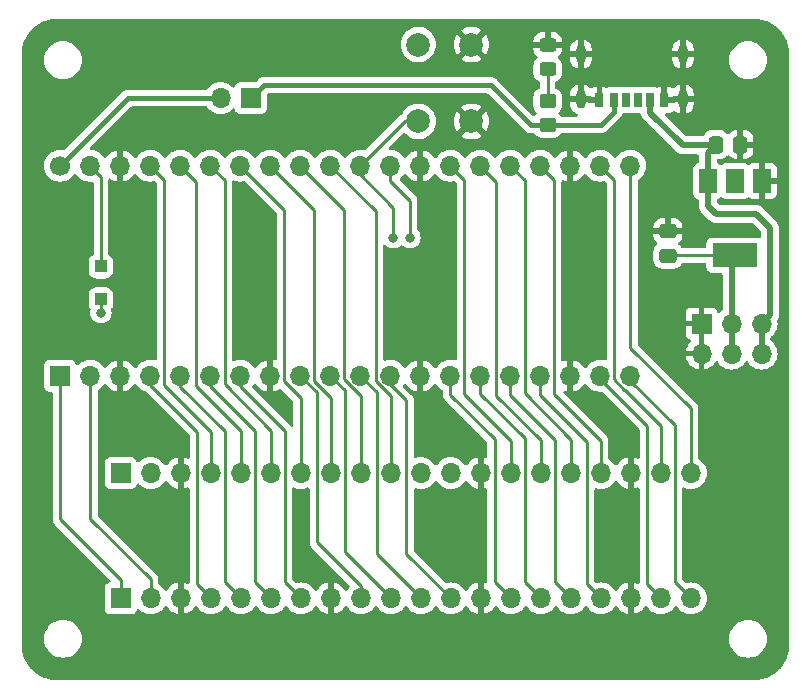
<source format=gbr>
%TF.GenerationSoftware,KiCad,Pcbnew,7.0.2*%
%TF.CreationDate,2023-10-08T18:29:28-07:00*%
%TF.ProjectId,Pi Pico Extender,50692050-6963-46f2-9045-7874656e6465,rev?*%
%TF.SameCoordinates,Original*%
%TF.FileFunction,Copper,L1,Top*%
%TF.FilePolarity,Positive*%
%FSLAX46Y46*%
G04 Gerber Fmt 4.6, Leading zero omitted, Abs format (unit mm)*
G04 Created by KiCad (PCBNEW 7.0.2) date 2023-10-08 18:29:28*
%MOMM*%
%LPD*%
G01*
G04 APERTURE LIST*
G04 Aperture macros list*
%AMRoundRect*
0 Rectangle with rounded corners*
0 $1 Rounding radius*
0 $2 $3 $4 $5 $6 $7 $8 $9 X,Y pos of 4 corners*
0 Add a 4 corners polygon primitive as box body*
4,1,4,$2,$3,$4,$5,$6,$7,$8,$9,$2,$3,0*
0 Add four circle primitives for the rounded corners*
1,1,$1+$1,$2,$3*
1,1,$1+$1,$4,$5*
1,1,$1+$1,$6,$7*
1,1,$1+$1,$8,$9*
0 Add four rect primitives between the rounded corners*
20,1,$1+$1,$2,$3,$4,$5,0*
20,1,$1+$1,$4,$5,$6,$7,0*
20,1,$1+$1,$6,$7,$8,$9,0*
20,1,$1+$1,$8,$9,$2,$3,0*%
G04 Aperture macros list end*
%TA.AperFunction,SMDPad,CuDef*%
%ADD10RoundRect,0.250000X-0.450000X0.325000X-0.450000X-0.325000X0.450000X-0.325000X0.450000X0.325000X0*%
%TD*%
%TA.AperFunction,SMDPad,CuDef*%
%ADD11RoundRect,0.250000X-0.475000X0.337500X-0.475000X-0.337500X0.475000X-0.337500X0.475000X0.337500X0*%
%TD*%
%TA.AperFunction,SMDPad,CuDef*%
%ADD12RoundRect,0.250000X0.450000X-0.350000X0.450000X0.350000X-0.450000X0.350000X-0.450000X-0.350000X0*%
%TD*%
%TA.AperFunction,ComponentPad*%
%ADD13R,1.700000X1.700000*%
%TD*%
%TA.AperFunction,ComponentPad*%
%ADD14O,1.700000X1.700000*%
%TD*%
%TA.AperFunction,ComponentPad*%
%ADD15C,1.700000*%
%TD*%
%TA.AperFunction,SMDPad,CuDef*%
%ADD16RoundRect,0.250000X-0.300000X0.300000X-0.300000X-0.300000X0.300000X-0.300000X0.300000X0.300000X0*%
%TD*%
%TA.AperFunction,SMDPad,CuDef*%
%ADD17R,0.700000X1.200000*%
%TD*%
%TA.AperFunction,SMDPad,CuDef*%
%ADD18R,0.760000X1.200000*%
%TD*%
%TA.AperFunction,SMDPad,CuDef*%
%ADD19R,0.800000X1.200000*%
%TD*%
%TA.AperFunction,ComponentPad*%
%ADD20O,0.800000X1.600000*%
%TD*%
%TA.AperFunction,SMDPad,CuDef*%
%ADD21R,1.500000X2.000000*%
%TD*%
%TA.AperFunction,SMDPad,CuDef*%
%ADD22R,3.800000X2.000000*%
%TD*%
%TA.AperFunction,SMDPad,CuDef*%
%ADD23RoundRect,0.250000X0.337500X0.475000X-0.337500X0.475000X-0.337500X-0.475000X0.337500X-0.475000X0*%
%TD*%
%TA.AperFunction,ComponentPad*%
%ADD24C,2.000000*%
%TD*%
%TA.AperFunction,ViaPad*%
%ADD25C,0.800000*%
%TD*%
%TA.AperFunction,Conductor*%
%ADD26C,0.250000*%
%TD*%
%TA.AperFunction,Conductor*%
%ADD27C,0.381000*%
%TD*%
%TA.AperFunction,Conductor*%
%ADD28C,0.508000*%
%TD*%
G04 APERTURE END LIST*
D10*
%TO.P,D1,1,K*%
%TO.N,GND*%
X163550000Y-67500000D03*
%TO.P,D1,2,A*%
%TO.N,Net-(D1-A)*%
X163550000Y-69550000D03*
%TD*%
D11*
%TO.P,C2,1*%
%TO.N,GND*%
X173736000Y-83269000D03*
%TO.P,C2,2*%
%TO.N,/aux_3V3*%
X173736000Y-85344000D03*
%TD*%
D12*
%TO.P,R1,1*%
%TO.N,Net-(J1-VBUS_B)*%
X163550000Y-74250000D03*
%TO.P,R1,2*%
%TO.N,Net-(D1-A)*%
X163550000Y-72250000D03*
%TD*%
D13*
%TO.P,A1,1,GPIO0*%
%TO.N,Net-(A1-GPIO0)*%
X122275600Y-95504000D03*
D14*
%TO.P,A1,2,GPIO1*%
%TO.N,Net-(A1-GPIO1)*%
X124815600Y-95504000D03*
%TO.P,A1,3,GND*%
%TO.N,GND*%
X127355600Y-95504000D03*
%TO.P,A1,4,GPIO2*%
%TO.N,Net-(A1-GPIO2)*%
X129895600Y-95504000D03*
%TO.P,A1,5,GPIO3*%
%TO.N,Net-(A1-GPIO3)*%
X132435600Y-95504000D03*
%TO.P,A1,6,GPIO4*%
%TO.N,Net-(A1-GPIO4)*%
X134975600Y-95504000D03*
%TO.P,A1,7,GPIO5*%
%TO.N,Net-(A1-GPIO5)*%
X137515600Y-95504000D03*
%TO.P,A1,8,GND*%
%TO.N,GND*%
X140055600Y-95504000D03*
%TO.P,A1,9,GPIO6*%
%TO.N,Net-(A1-GPIO6)*%
X142595600Y-95504000D03*
%TO.P,A1,10,GPIO7*%
%TO.N,Net-(A1-GPIO7)*%
X145135600Y-95504000D03*
%TO.P,A1,11,GPIO8*%
%TO.N,Net-(A1-GPIO8)*%
X147675600Y-95504000D03*
%TO.P,A1,12,GPIO9*%
%TO.N,Net-(A1-GPIO9)*%
X150215600Y-95504000D03*
%TO.P,A1,13,GND*%
%TO.N,GND*%
X152755600Y-95504000D03*
%TO.P,A1,14,GPIO10*%
%TO.N,Net-(A1-GPIO10)*%
X155295600Y-95504000D03*
%TO.P,A1,15,GPIO11*%
%TO.N,Net-(A1-GPIO11)*%
X157835600Y-95504000D03*
%TO.P,A1,16,GPIO12*%
%TO.N,Net-(A1-GPIO12)*%
X160375600Y-95504000D03*
%TO.P,A1,17,GPIO13*%
%TO.N,Net-(A1-GPIO13)*%
X162915600Y-95504000D03*
%TO.P,A1,18,GND*%
%TO.N,GND*%
X165455600Y-95504000D03*
%TO.P,A1,19,GPIO14*%
%TO.N,Net-(A1-GPIO14)*%
X167995600Y-95504000D03*
%TO.P,A1,20,GPIO15*%
%TO.N,Net-(A1-GPIO15)*%
X170535600Y-95504000D03*
%TO.P,A1,21,GPIO16*%
%TO.N,Net-(A1-GPIO16)*%
X170535600Y-77724000D03*
%TO.P,A1,22,GPIO17*%
%TO.N,Net-(A1-GPIO17)*%
X167995600Y-77724000D03*
%TO.P,A1,23,GND*%
%TO.N,GND*%
X165455600Y-77724000D03*
%TO.P,A1,24,GPIO18*%
%TO.N,Net-(A1-GPIO18)*%
X162915600Y-77724000D03*
%TO.P,A1,25,GPIO19*%
%TO.N,Net-(A1-GPIO19)*%
X160375600Y-77724000D03*
%TO.P,A1,26,GPIO20*%
%TO.N,Net-(A1-GPIO20)*%
X157835600Y-77724000D03*
%TO.P,A1,27,GPIO21*%
%TO.N,Net-(A1-GPIO21)*%
X155295600Y-77724000D03*
%TO.P,A1,28,GND*%
%TO.N,GND*%
X152755600Y-77724000D03*
%TO.P,A1,29,GPIO22*%
%TO.N,Net-(A1-GPIO22)*%
X150215600Y-77724000D03*
%TO.P,A1,30,RUN*%
%TO.N,/run*%
X147675600Y-77724000D03*
%TO.P,A1,31,GPIO26_A0*%
%TO.N,Net-(A1-GPIO26_A0)*%
X145135600Y-77724000D03*
%TO.P,A1,32,GPIO27_A1*%
%TO.N,Net-(A1-GPIO27_A1)*%
X142595600Y-77724000D03*
%TO.P,A1,33,AGND*%
%TO.N,Net-(A1-AGND)*%
X140055600Y-77724000D03*
%TO.P,A1,34,GPIO28_A2*%
%TO.N,Net-(A1-GPIO28_A2)*%
X137515600Y-77724000D03*
%TO.P,A1,35,ADC_VREF*%
%TO.N,Net-(A1-ADC_VREF)*%
X134975600Y-77724000D03*
%TO.P,A1,36,3V3*%
%TO.N,/3V3*%
X132435600Y-77724000D03*
%TO.P,A1,37,3V3_EN*%
%TO.N,Net-(A1-3V3_EN)*%
X129895600Y-77724000D03*
%TO.P,A1,38,GND*%
%TO.N,GND*%
X127355600Y-77724000D03*
%TO.P,A1,39,VSYS*%
%TO.N,Net-(A1-VSYS)*%
X124815600Y-77724000D03*
D15*
%TO.P,A1,40,VBUS*%
%TO.N,VBUS*%
X122275600Y-77724000D03*
%TD*%
D13*
%TO.P,J3,1,Pin_1*%
%TO.N,GND*%
X176580800Y-91084400D03*
D14*
%TO.P,J3,2,Pin_2*%
X176580800Y-93624400D03*
%TO.P,J3,3,Pin_3*%
%TO.N,/aux_3V3*%
X179120800Y-91084400D03*
%TO.P,J3,4,Pin_4*%
X179120800Y-93624400D03*
%TO.P,J3,5,Pin_5*%
%TO.N,/aux_5V*%
X181660800Y-91084400D03*
%TO.P,J3,6,Pin_6*%
X181660800Y-93624400D03*
%TD*%
D13*
%TO.P,J5,1,Pin_1*%
%TO.N,VBUS*%
X127409320Y-103733600D03*
D14*
%TO.P,J5,2,Pin_2*%
%TO.N,Net-(D2-A)*%
X129949320Y-103733600D03*
%TO.P,J5,3,Pin_3*%
%TO.N,GND*%
X132489320Y-103733600D03*
%TO.P,J5,4,Pin_4*%
%TO.N,Net-(A1-3V3_EN)*%
X135029320Y-103733600D03*
%TO.P,J5,5,Pin_5*%
%TO.N,/3V3*%
X137569320Y-103733600D03*
%TO.P,J5,6,Pin_6*%
%TO.N,Net-(A1-ADC_VREF)*%
X140109320Y-103733600D03*
%TO.P,J5,7,Pin_7*%
%TO.N,Net-(A1-GPIO28_A2)*%
X142649320Y-103733600D03*
%TO.P,J5,8,Pin_8*%
%TO.N,Net-(A1-AGND)*%
X145189320Y-103733600D03*
%TO.P,J5,9,Pin_9*%
%TO.N,Net-(A1-GPIO27_A1)*%
X147729320Y-103733600D03*
%TO.P,J5,10,Pin_10*%
%TO.N,Net-(A1-GPIO26_A0)*%
X150269320Y-103733600D03*
%TO.P,J5,11,Pin_11*%
%TO.N,/run*%
X152809320Y-103733600D03*
%TO.P,J5,12,Pin_12*%
%TO.N,Net-(A1-GPIO22)*%
X155349320Y-103733600D03*
%TO.P,J5,13,Pin_13*%
%TO.N,GND*%
X157889320Y-103733600D03*
%TO.P,J5,14,Pin_14*%
%TO.N,Net-(A1-GPIO21)*%
X160429320Y-103733600D03*
%TO.P,J5,15,Pin_15*%
%TO.N,Net-(A1-GPIO20)*%
X162969320Y-103733600D03*
%TO.P,J5,16,Pin_16*%
%TO.N,Net-(A1-GPIO19)*%
X165509320Y-103733600D03*
%TO.P,J5,17,Pin_17*%
%TO.N,Net-(A1-GPIO18)*%
X168049320Y-103733600D03*
%TO.P,J5,18,Pin_18*%
%TO.N,GND*%
X170589320Y-103733600D03*
%TO.P,J5,19,Pin_19*%
%TO.N,Net-(A1-GPIO17)*%
X173129320Y-103733600D03*
%TO.P,J5,20,Pin_20*%
%TO.N,Net-(A1-GPIO16)*%
X175669320Y-103733600D03*
%TD*%
D16*
%TO.P,D2,1,K*%
%TO.N,Net-(A1-VSYS)*%
X125730000Y-86230000D03*
%TO.P,D2,2,A*%
%TO.N,Net-(D2-A)*%
X125730000Y-89030000D03*
%TD*%
D13*
%TO.P,J4,1,Pin_1*%
%TO.N,Net-(A1-GPIO0)*%
X127409320Y-114350800D03*
D14*
%TO.P,J4,2,Pin_2*%
%TO.N,Net-(A1-GPIO1)*%
X129949320Y-114350800D03*
%TO.P,J4,3,Pin_3*%
%TO.N,GND*%
X132489320Y-114350800D03*
%TO.P,J4,4,Pin_4*%
%TO.N,Net-(A1-GPIO2)*%
X135029320Y-114350800D03*
%TO.P,J4,5,Pin_5*%
%TO.N,Net-(A1-GPIO3)*%
X137569320Y-114350800D03*
%TO.P,J4,6,Pin_6*%
%TO.N,Net-(A1-GPIO4)*%
X140109320Y-114350800D03*
%TO.P,J4,7,Pin_7*%
%TO.N,Net-(A1-GPIO5)*%
X142649320Y-114350800D03*
%TO.P,J4,8,Pin_8*%
%TO.N,GND*%
X145189320Y-114350800D03*
%TO.P,J4,9,Pin_9*%
%TO.N,Net-(A1-GPIO6)*%
X147729320Y-114350800D03*
%TO.P,J4,10,Pin_10*%
%TO.N,Net-(A1-GPIO7)*%
X150269320Y-114350800D03*
%TO.P,J4,11,Pin_11*%
%TO.N,Net-(A1-GPIO8)*%
X152809320Y-114350800D03*
%TO.P,J4,12,Pin_12*%
%TO.N,Net-(A1-GPIO9)*%
X155349320Y-114350800D03*
%TO.P,J4,13,Pin_13*%
%TO.N,GND*%
X157889320Y-114350800D03*
%TO.P,J4,14,Pin_14*%
%TO.N,Net-(A1-GPIO10)*%
X160429320Y-114350800D03*
%TO.P,J4,15,Pin_15*%
%TO.N,Net-(A1-GPIO11)*%
X162969320Y-114350800D03*
%TO.P,J4,16,Pin_16*%
%TO.N,Net-(A1-GPIO12)*%
X165509320Y-114350800D03*
%TO.P,J4,17,Pin_17*%
%TO.N,Net-(A1-GPIO13)*%
X168049320Y-114350800D03*
%TO.P,J4,18,Pin_18*%
%TO.N,GND*%
X170589320Y-114350800D03*
%TO.P,J4,19,Pin_19*%
%TO.N,Net-(A1-GPIO14)*%
X173129320Y-114350800D03*
%TO.P,J4,20,Pin_20*%
%TO.N,Net-(A1-GPIO15)*%
X175669320Y-114350800D03*
%TD*%
D13*
%TO.P,J2,1,Pin_1*%
%TO.N,Net-(J1-VBUS_B)*%
X138410000Y-71989250D03*
D14*
%TO.P,J2,2,Pin_2*%
%TO.N,VBUS*%
X135870000Y-71989250D03*
%TD*%
D17*
%TO.P,J1,A5,CC1*%
%TO.N,unconnected-(J1-CC1-PadA5)*%
X170188000Y-72168000D03*
D18*
%TO.P,J1,A9,VBUS_A*%
%TO.N,/aux_5V*%
X172208000Y-72168000D03*
D19*
%TO.P,J1,A12,GND*%
%TO.N,GND*%
X173438000Y-72168000D03*
D17*
%TO.P,J1,B5,CC2*%
%TO.N,unconnected-(J1-CC2-PadB5)*%
X171188000Y-72168000D03*
D18*
%TO.P,J1,B9,VBUS_B*%
%TO.N,Net-(J1-VBUS_B)*%
X169168000Y-72168000D03*
D19*
%TO.P,J1,B12,GND*%
%TO.N,GND*%
X167938000Y-72168000D03*
D20*
%TO.P,J1,S1,S1*%
X166368000Y-72088000D03*
%TO.P,J1,S2,S2*%
X175008000Y-72088000D03*
%TO.P,J1,S3,S3*%
X166368000Y-68288000D03*
%TO.P,J1,S4,S4*%
X175008000Y-68288000D03*
%TD*%
D21*
%TO.P,U1,1,GND*%
%TO.N,GND*%
X181700000Y-79012500D03*
%TO.P,U1,2,VO*%
%TO.N,/aux_3V3*%
X179400000Y-79012500D03*
D22*
X179400000Y-85312500D03*
D21*
%TO.P,U1,3,VI*%
%TO.N,/aux_5V*%
X177100000Y-79012500D03*
%TD*%
D23*
%TO.P,C1,1*%
%TO.N,GND*%
X179875000Y-75946000D03*
%TO.P,C1,2*%
%TO.N,/aux_5V*%
X177800000Y-75946000D03*
%TD*%
D24*
%TO.P,SW1,1*%
%TO.N,GND*%
X157103200Y-67464800D03*
X157103200Y-73964800D03*
%TO.P,SW1,2*%
%TO.N,/run*%
X152603200Y-67464800D03*
X152603200Y-73964800D03*
%TD*%
D25*
%TO.N,GND*%
X127800000Y-70200000D03*
X166800000Y-86639000D03*
X155400000Y-109800000D03*
X141200000Y-98200000D03*
X120904000Y-86639000D03*
X169200000Y-99400000D03*
X131200000Y-109800000D03*
X181600000Y-109800000D03*
X138600000Y-86639000D03*
X143400000Y-111600000D03*
X139200000Y-74600000D03*
X169400000Y-109800000D03*
X123000000Y-112200000D03*
X129200000Y-99400000D03*
X151384000Y-86639000D03*
X152800000Y-100000000D03*
%TO.N,Net-(A1-GPIO22)*%
X151892000Y-83820000D03*
%TO.N,/run*%
X150495000Y-83820000D03*
%TO.N,Net-(D2-A)*%
X125730000Y-90170000D03*
%TD*%
D26*
%TO.N,Net-(A1-GPIO0)*%
X127409320Y-112809320D02*
X122275600Y-107675600D01*
X122275600Y-107675600D02*
X122275600Y-95504000D01*
X127409320Y-114350800D02*
X127409320Y-112809320D01*
%TO.N,Net-(A1-GPIO1)*%
X129949320Y-112749320D02*
X124815600Y-107615600D01*
X129949320Y-114350800D02*
X129949320Y-112749320D01*
X124815600Y-107615600D02*
X124815600Y-95504000D01*
%TO.N,Net-(A1-GPIO2)*%
X133854320Y-113175800D02*
X133854320Y-100254320D01*
X133854320Y-100254320D02*
X129895600Y-96295600D01*
X135029320Y-114350800D02*
X133854320Y-113175800D01*
X129895600Y-96295600D02*
X129895600Y-95504000D01*
%TO.N,Net-(A1-GPIO3)*%
X137569320Y-114350800D02*
X136204320Y-112985800D01*
X136204320Y-100204320D02*
X132435600Y-96435600D01*
X132435600Y-96435600D02*
X132435600Y-95504000D01*
X136204320Y-112985800D02*
X136204320Y-100204320D01*
%TO.N,Net-(A1-GPIO4)*%
X138744320Y-112985800D02*
X138744320Y-100144320D01*
X134975600Y-96375600D02*
X134975600Y-95504000D01*
X140109320Y-114350800D02*
X138744320Y-112985800D01*
X138744320Y-100144320D02*
X134975600Y-96375600D01*
%TO.N,Net-(A1-GPIO5)*%
X137515600Y-95504000D02*
X137515600Y-96415600D01*
X137515600Y-96415600D02*
X141284320Y-100184320D01*
X141284320Y-100184320D02*
X141284320Y-112985800D01*
X141284320Y-112985800D02*
X142649320Y-114350800D01*
%TO.N,Net-(A1-GPIO6)*%
X147729320Y-114350800D02*
X147729320Y-113329320D01*
X144014320Y-96922720D02*
X142595600Y-95504000D01*
X144014320Y-109614320D02*
X144014320Y-96922720D01*
X147729320Y-113329320D02*
X144014320Y-109614320D01*
%TO.N,Net-(A1-GPIO7)*%
X150269320Y-114350800D02*
X146364320Y-110445800D01*
X146364320Y-96732720D02*
X145135600Y-95504000D01*
X146364320Y-110445800D02*
X146364320Y-96732720D01*
%TO.N,Net-(A1-GPIO8)*%
X152809320Y-114350800D02*
X149094320Y-110635800D01*
X149094320Y-96922720D02*
X147675600Y-95504000D01*
X149094320Y-110635800D02*
X149094320Y-96922720D01*
%TO.N,Net-(A1-GPIO9)*%
X151600000Y-97600000D02*
X150215600Y-96215600D01*
X155349320Y-114350800D02*
X151600000Y-110601480D01*
X151600000Y-110601480D02*
X151600000Y-97600000D01*
X150215600Y-96215600D02*
X150215600Y-95504000D01*
%TO.N,Net-(A1-GPIO10)*%
X155295600Y-97095600D02*
X155295600Y-95504000D01*
X160429320Y-114350800D02*
X159064320Y-112985800D01*
X159064320Y-112985800D02*
X159064320Y-100864320D01*
X159064320Y-100864320D02*
X155295600Y-97095600D01*
%TO.N,Net-(A1-GPIO11)*%
X157835600Y-97035600D02*
X161604320Y-100804320D01*
X157835600Y-95504000D02*
X157835600Y-97035600D01*
X161604320Y-112985800D02*
X162969320Y-114350800D01*
X161604320Y-100804320D02*
X161604320Y-112985800D01*
%TO.N,Net-(A1-GPIO12)*%
X164144320Y-100944320D02*
X160375600Y-97175600D01*
X160375600Y-97175600D02*
X160375600Y-95504000D01*
X164144320Y-112985800D02*
X164144320Y-100944320D01*
X165509320Y-114350800D02*
X164144320Y-112985800D01*
%TO.N,Net-(A1-GPIO13)*%
X162915600Y-97115600D02*
X162915600Y-95504000D01*
X166874320Y-113175800D02*
X166874320Y-101074320D01*
X166874320Y-101074320D02*
X162915600Y-97115600D01*
X168049320Y-114350800D02*
X166874320Y-113175800D01*
%TO.N,Net-(A1-GPIO14)*%
X173129320Y-114350800D02*
X171954320Y-113175800D01*
X167995600Y-95795600D02*
X167995600Y-95504000D01*
X171954320Y-99754320D02*
X167995600Y-95795600D01*
X171954320Y-113175800D02*
X171954320Y-99754320D01*
%TO.N,Net-(A1-GPIO15)*%
X174304320Y-112985800D02*
X174304320Y-99704320D01*
X175669320Y-114350800D02*
X174304320Y-112985800D01*
X174304320Y-99704320D02*
X170535600Y-95935600D01*
X170535600Y-95935600D02*
X170535600Y-95504000D01*
%TO.N,Net-(A1-GPIO16)*%
X175669320Y-98269320D02*
X170535600Y-93135600D01*
X170535600Y-93135600D02*
X170535600Y-77724000D01*
X175669320Y-103733600D02*
X175669320Y-98269320D01*
%TO.N,Net-(A1-GPIO17)*%
X173129320Y-99729320D02*
X170079000Y-96679000D01*
X170079000Y-96679000D02*
X170048899Y-96679000D01*
X170048899Y-96679000D02*
X169170600Y-95800701D01*
X173129320Y-103733600D02*
X173129320Y-99729320D01*
X169170600Y-95800701D02*
X169170600Y-78899000D01*
X169170600Y-78899000D02*
X167995600Y-77724000D01*
%TO.N,Net-(A1-GPIO18)*%
X164090600Y-97054204D02*
X164090600Y-78899000D01*
X164090600Y-78899000D02*
X162915600Y-77724000D01*
X168049320Y-103733600D02*
X168049320Y-101012924D01*
X168049320Y-101012924D02*
X164090600Y-97054204D01*
%TO.N,Net-(A1-GPIO19)*%
X161600000Y-97000000D02*
X161600000Y-78948400D01*
X161600000Y-78948400D02*
X160375600Y-77724000D01*
X165509320Y-100909320D02*
X161600000Y-97000000D01*
X165509320Y-103733600D02*
X165509320Y-100909320D01*
%TO.N,Net-(A1-GPIO20)*%
X159200000Y-79088400D02*
X157835600Y-77724000D01*
X162969320Y-103733600D02*
X162969320Y-100969320D01*
X162969320Y-100969320D02*
X159200000Y-97200000D01*
X159200000Y-97200000D02*
X159200000Y-79088400D01*
%TO.N,Net-(A1-GPIO21)*%
X156464000Y-78892400D02*
X155295600Y-77724000D01*
X156470600Y-97034600D02*
X156470600Y-80270600D01*
X160429320Y-103733600D02*
X160429320Y-100993320D01*
X156470600Y-80270600D02*
X156464000Y-80264000D01*
X156464000Y-80264000D02*
X156464000Y-78892400D01*
X160429320Y-100993320D02*
X156470600Y-97034600D01*
%TO.N,Net-(A1-GPIO22)*%
X151892000Y-80692000D02*
X150215600Y-79015600D01*
X151892000Y-83820000D02*
X151892000Y-80692000D01*
X150215600Y-79015600D02*
X150215600Y-77724000D01*
%TO.N,/run*%
X150495000Y-83820000D02*
X150495000Y-81280000D01*
X147675600Y-78460600D02*
X147675600Y-77724000D01*
X150495000Y-81280000D02*
X147675600Y-78460600D01*
X151434800Y-73964800D02*
X152603200Y-73964800D01*
X147675600Y-77724000D02*
X151434800Y-73964800D01*
%TO.N,Net-(A1-GPIO26_A0)*%
X149000000Y-81588400D02*
X145135600Y-77724000D01*
X149000000Y-95950101D02*
X149000000Y-81588400D01*
X150269320Y-97219421D02*
X149000000Y-95950101D01*
X150269320Y-103733600D02*
X150269320Y-97219421D01*
%TO.N,Net-(A1-GPIO27_A1)*%
X146310600Y-81439000D02*
X142595600Y-77724000D01*
X147729320Y-103733600D02*
X147729320Y-97219421D01*
X147729320Y-97219421D02*
X146310600Y-95800701D01*
X146310600Y-95800701D02*
X146310600Y-81439000D01*
%TO.N,Net-(A1-AGND)*%
X143770600Y-81439000D02*
X140055600Y-77724000D01*
X145189320Y-103733600D02*
X145189320Y-97389320D01*
X145189320Y-97389320D02*
X143770600Y-95970600D01*
X143770600Y-95970600D02*
X143770600Y-81439000D01*
%TO.N,Net-(A1-GPIO28_A2)*%
X141230600Y-95990701D02*
X141230600Y-81439000D01*
X142649320Y-97409421D02*
X141230600Y-95990701D01*
X141230600Y-81439000D02*
X137515600Y-77724000D01*
X142649320Y-103733600D02*
X142649320Y-97409421D01*
%TO.N,Net-(A1-ADC_VREF)*%
X140109320Y-103733600D02*
X140109320Y-100145716D01*
X136200000Y-96236396D02*
X136200000Y-78948400D01*
X136200000Y-78948400D02*
X134975600Y-77724000D01*
X140109320Y-100145716D02*
X136200000Y-96236396D01*
%TO.N,/3V3*%
X133800000Y-79088400D02*
X132435600Y-77724000D01*
X133800000Y-96400000D02*
X133800000Y-79088400D01*
X137569320Y-103733600D02*
X137569320Y-100169320D01*
X137569320Y-100169320D02*
X133800000Y-96400000D01*
%TO.N,Net-(A1-3V3_EN)*%
X131070600Y-96270600D02*
X131070600Y-78899000D01*
X131070600Y-78899000D02*
X129895600Y-77724000D01*
X135029320Y-103733600D02*
X135029320Y-100229320D01*
X135029320Y-100229320D02*
X131070600Y-96270600D01*
%TO.N,Net-(A1-VSYS)*%
X125730000Y-78638400D02*
X124815600Y-77724000D01*
X125730000Y-86230000D02*
X125730000Y-78638400D01*
D27*
%TO.N,VBUS*%
X135870000Y-71989250D02*
X128010350Y-71989250D01*
X128010350Y-71989250D02*
X122275600Y-77724000D01*
D28*
%TO.N,/aux_3V3*%
X179120800Y-91084400D02*
X179120800Y-93624400D01*
X179120800Y-91084400D02*
X179120800Y-85591700D01*
X179070000Y-85642500D02*
X179400000Y-85312500D01*
D26*
X173800000Y-85312500D02*
X179400000Y-85312500D01*
D28*
X179120800Y-85591700D02*
X179400000Y-85312500D01*
%TO.N,/aux_5V*%
X182372000Y-82972000D02*
X182372000Y-90373200D01*
X177100000Y-79012500D02*
X177100000Y-81100000D01*
X177100000Y-81100000D02*
X177800000Y-81800000D01*
X177100000Y-79012500D02*
X177100000Y-76662500D01*
X177800000Y-81800000D02*
X181200000Y-81800000D01*
X181200000Y-81800000D02*
X182372000Y-82972000D01*
X174976000Y-76000000D02*
X172208000Y-73232000D01*
X181660800Y-91084400D02*
X181660800Y-93624400D01*
X177762500Y-76000000D02*
X174976000Y-76000000D01*
X182372000Y-90373200D02*
X181660800Y-91084400D01*
X177100000Y-76662500D02*
X177762500Y-76000000D01*
X172208000Y-73232000D02*
X172208000Y-72168000D01*
D26*
%TO.N,Net-(D2-A)*%
X125730000Y-90170000D02*
X125730000Y-89030000D01*
%TO.N,Net-(D1-A)*%
X163550000Y-72250000D02*
X163550000Y-69550000D01*
D27*
%TO.N,Net-(J1-VBUS_B)*%
X163550000Y-74250000D02*
X168067000Y-74250000D01*
X158750000Y-70900000D02*
X162100000Y-74250000D01*
X168067000Y-74250000D02*
X169168000Y-73149000D01*
X162100000Y-74250000D02*
X163550000Y-74250000D01*
X169168000Y-73149000D02*
X169168000Y-72168000D01*
X138410000Y-71989250D02*
X139499250Y-70900000D01*
X139499250Y-70900000D02*
X158750000Y-70900000D01*
%TD*%
%TA.AperFunction,Conductor*%
%TO.N,GND*%
G36*
X127605600Y-96834633D02*
G01*
X127819090Y-96777430D01*
X128033176Y-96677600D01*
X128226681Y-96542106D01*
X128393709Y-96375078D01*
X128523719Y-96189405D01*
X128578296Y-96145780D01*
X128647794Y-96138586D01*
X128710149Y-96170109D01*
X128726865Y-96189400D01*
X128857105Y-96375401D01*
X129024199Y-96542495D01*
X129217770Y-96678035D01*
X129431937Y-96777903D01*
X129483683Y-96791767D01*
X129539271Y-96823861D01*
X133192501Y-100477091D01*
X133225986Y-100538414D01*
X133228820Y-100564772D01*
X133228820Y-102394233D01*
X133209135Y-102461272D01*
X133156331Y-102507027D01*
X133087173Y-102516971D01*
X133052415Y-102506615D01*
X132952813Y-102460169D01*
X132739319Y-102402964D01*
X132739319Y-103298098D01*
X132631635Y-103248920D01*
X132525083Y-103233600D01*
X132453557Y-103233600D01*
X132347005Y-103248920D01*
X132239319Y-103298098D01*
X132239320Y-102402964D01*
X132239319Y-102402964D01*
X132025827Y-102460169D01*
X131811741Y-102560000D01*
X131618241Y-102695490D01*
X131451213Y-102862518D01*
X131321200Y-103048196D01*
X131266623Y-103091820D01*
X131197124Y-103099013D01*
X131134770Y-103067491D01*
X131118050Y-103048195D01*
X130987814Y-102862198D01*
X130820724Y-102695108D01*
X130820721Y-102695105D01*
X130627150Y-102559565D01*
X130412983Y-102459697D01*
X130344660Y-102441390D01*
X130184727Y-102398536D01*
X129949320Y-102377940D01*
X129713912Y-102398536D01*
X129485656Y-102459697D01*
X129271490Y-102559565D01*
X129077921Y-102695103D01*
X128955993Y-102817031D01*
X128894670Y-102850515D01*
X128824978Y-102845531D01*
X128769045Y-102803659D01*
X128752130Y-102772682D01*
X128723339Y-102695490D01*
X128703116Y-102641269D01*
X128616866Y-102526054D01*
X128501651Y-102439804D01*
X128366803Y-102389509D01*
X128307193Y-102383100D01*
X128303870Y-102383100D01*
X126514759Y-102383100D01*
X126514740Y-102383100D01*
X126511448Y-102383101D01*
X126508168Y-102383453D01*
X126508160Y-102383454D01*
X126451835Y-102389509D01*
X126316989Y-102439804D01*
X126201774Y-102526054D01*
X126115524Y-102641268D01*
X126115523Y-102641269D01*
X126115524Y-102641269D01*
X126065229Y-102776117D01*
X126058820Y-102835727D01*
X126058820Y-102839048D01*
X126058820Y-102839049D01*
X126058820Y-104628160D01*
X126058820Y-104628178D01*
X126058821Y-104631472D01*
X126059173Y-104634752D01*
X126059174Y-104634759D01*
X126065229Y-104691084D01*
X126090376Y-104758506D01*
X126115524Y-104825931D01*
X126201774Y-104941146D01*
X126316989Y-105027396D01*
X126451837Y-105077691D01*
X126511447Y-105084100D01*
X128307192Y-105084099D01*
X128366803Y-105077691D01*
X128501651Y-105027396D01*
X128616866Y-104941146D01*
X128703116Y-104825931D01*
X128752130Y-104694516D01*
X128794001Y-104638583D01*
X128859466Y-104614166D01*
X128927739Y-104629018D01*
X128955993Y-104650169D01*
X129077919Y-104772095D01*
X129271490Y-104907635D01*
X129485657Y-105007503D01*
X129713912Y-105068663D01*
X129949320Y-105089259D01*
X130184728Y-105068663D01*
X130412983Y-105007503D01*
X130627150Y-104907635D01*
X130820721Y-104772095D01*
X130987815Y-104605001D01*
X131118052Y-104419003D01*
X131172627Y-104375380D01*
X131242125Y-104368186D01*
X131304480Y-104399709D01*
X131321200Y-104419004D01*
X131451213Y-104604681D01*
X131618238Y-104771706D01*
X131811743Y-104907200D01*
X132025829Y-105007030D01*
X132239320Y-105064234D01*
X132239319Y-104169101D01*
X132347005Y-104218280D01*
X132453557Y-104233600D01*
X132525083Y-104233600D01*
X132631635Y-104218280D01*
X132739319Y-104169101D01*
X132739319Y-105064233D01*
X132952810Y-105007030D01*
X133052415Y-104960584D01*
X133121492Y-104950092D01*
X133185276Y-104978611D01*
X133223516Y-105037088D01*
X133228820Y-105072966D01*
X133228820Y-113011433D01*
X133209135Y-113078472D01*
X133156331Y-113124227D01*
X133087173Y-113134171D01*
X133052415Y-113123815D01*
X132952813Y-113077369D01*
X132739319Y-113020164D01*
X132739319Y-113915298D01*
X132631635Y-113866120D01*
X132525083Y-113850800D01*
X132453557Y-113850800D01*
X132347005Y-113866120D01*
X132239319Y-113915298D01*
X132239320Y-113020164D01*
X132239319Y-113020164D01*
X132025827Y-113077369D01*
X131811741Y-113177200D01*
X131618241Y-113312690D01*
X131451213Y-113479718D01*
X131321200Y-113665396D01*
X131266623Y-113709020D01*
X131197124Y-113716213D01*
X131134770Y-113684691D01*
X131118050Y-113665395D01*
X130987815Y-113479399D01*
X130820721Y-113312305D01*
X130627694Y-113177146D01*
X130584072Y-113122571D01*
X130574820Y-113075573D01*
X130574820Y-112832059D01*
X130577083Y-112811558D01*
X130575558Y-112763028D01*
X130574881Y-112741463D01*
X130574820Y-112737569D01*
X130574820Y-112713864D01*
X130574820Y-112709970D01*
X130574318Y-112706001D01*
X130573400Y-112694344D01*
X130573015Y-112682085D01*
X130572029Y-112650692D01*
X130566439Y-112631454D01*
X130562494Y-112612402D01*
X130559984Y-112592528D01*
X130559984Y-112592527D01*
X130543898Y-112551901D01*
X130540125Y-112540880D01*
X130527937Y-112498930D01*
X130517741Y-112481689D01*
X130509183Y-112464222D01*
X130501806Y-112445588D01*
X130476118Y-112410232D01*
X130469729Y-112400504D01*
X130447490Y-112362899D01*
X130433326Y-112348735D01*
X130420689Y-112333940D01*
X130408915Y-112317734D01*
X130408914Y-112317733D01*
X130375255Y-112289888D01*
X130366625Y-112282034D01*
X125477419Y-107392828D01*
X125443934Y-107331505D01*
X125441100Y-107305147D01*
X125441100Y-96779227D01*
X125460785Y-96712188D01*
X125493973Y-96677654D01*
X125687001Y-96542495D01*
X125854095Y-96375401D01*
X125984332Y-96189403D01*
X126038907Y-96145780D01*
X126108405Y-96138586D01*
X126170760Y-96170109D01*
X126187480Y-96189404D01*
X126317493Y-96375081D01*
X126484518Y-96542106D01*
X126678023Y-96677600D01*
X126892109Y-96777430D01*
X127105600Y-96834634D01*
X127105600Y-95939501D01*
X127213285Y-95988680D01*
X127319837Y-96004000D01*
X127391363Y-96004000D01*
X127497915Y-95988680D01*
X127605600Y-95939501D01*
X127605600Y-96834633D01*
G37*
%TD.AperFunction*%
%TA.AperFunction,Conductor*%
G36*
X143345276Y-104979163D02*
G01*
X143383516Y-105037640D01*
X143388820Y-105073518D01*
X143388820Y-109531576D01*
X143386555Y-109552086D01*
X143388759Y-109622192D01*
X143388820Y-109626087D01*
X143388820Y-109653670D01*
X143389308Y-109657539D01*
X143389309Y-109657545D01*
X143389324Y-109657663D01*
X143390238Y-109669287D01*
X143391610Y-109712946D01*
X143397199Y-109732180D01*
X143401145Y-109751236D01*
X143403655Y-109771112D01*
X143419734Y-109811724D01*
X143423517Y-109822771D01*
X143435702Y-109864711D01*
X143445900Y-109881955D01*
X143454456Y-109899420D01*
X143461834Y-109918052D01*
X143461835Y-109918053D01*
X143487500Y-109953379D01*
X143493913Y-109963142D01*
X143516146Y-110000736D01*
X143516149Y-110000739D01*
X143516150Y-110000740D01*
X143530315Y-110014905D01*
X143542947Y-110029695D01*
X143554726Y-110045907D01*
X143588378Y-110073746D01*
X143597019Y-110081609D01*
X146755134Y-113239725D01*
X146788619Y-113301048D01*
X146783635Y-113370740D01*
X146755135Y-113415086D01*
X146690825Y-113479397D01*
X146560589Y-113665395D01*
X146506012Y-113709020D01*
X146436514Y-113716214D01*
X146374159Y-113684691D01*
X146357439Y-113665395D01*
X146227429Y-113479721D01*
X146060401Y-113312693D01*
X145866896Y-113177199D01*
X145652812Y-113077369D01*
X145439320Y-113020164D01*
X145439320Y-113915298D01*
X145331635Y-113866120D01*
X145225083Y-113850800D01*
X145153557Y-113850800D01*
X145047005Y-113866120D01*
X144939320Y-113915298D01*
X144939320Y-113020164D01*
X144939319Y-113020164D01*
X144725827Y-113077369D01*
X144511741Y-113177200D01*
X144318241Y-113312690D01*
X144151213Y-113479718D01*
X144021200Y-113665396D01*
X143966623Y-113709020D01*
X143897124Y-113716213D01*
X143834770Y-113684691D01*
X143818050Y-113665395D01*
X143687815Y-113479399D01*
X143520721Y-113312305D01*
X143327150Y-113176765D01*
X143112983Y-113076897D01*
X143040845Y-113057568D01*
X142884727Y-113015736D01*
X142649320Y-112995140D01*
X142413911Y-113015736D01*
X142313445Y-113042655D01*
X142243595Y-113040992D01*
X142193672Y-113010561D01*
X141946139Y-112763028D01*
X141912654Y-112701705D01*
X141909820Y-112675347D01*
X141909820Y-105073518D01*
X141929505Y-105006479D01*
X141982309Y-104960724D01*
X142051467Y-104950780D01*
X142086219Y-104961134D01*
X142185657Y-105007503D01*
X142413912Y-105068663D01*
X142649320Y-105089259D01*
X142884728Y-105068663D01*
X143112983Y-105007503D01*
X143212418Y-104961135D01*
X143281492Y-104950644D01*
X143345276Y-104979163D01*
G37*
%TD.AperFunction*%
%TA.AperFunction,Conductor*%
G36*
X158139320Y-105064233D02*
G01*
X158282727Y-105025809D01*
X158352577Y-105027472D01*
X158410439Y-105066635D01*
X158437943Y-105130863D01*
X158438820Y-105145584D01*
X158438820Y-112903056D01*
X158436555Y-112923570D01*
X158436896Y-112934426D01*
X158419324Y-113002050D01*
X158367981Y-113049439D01*
X158299169Y-113061547D01*
X158280863Y-113058091D01*
X158139320Y-113020164D01*
X158139320Y-113915298D01*
X158031635Y-113866120D01*
X157925083Y-113850800D01*
X157853557Y-113850800D01*
X157747005Y-113866120D01*
X157639320Y-113915298D01*
X157639320Y-113020164D01*
X157639319Y-113020164D01*
X157425827Y-113077369D01*
X157211741Y-113177200D01*
X157018241Y-113312690D01*
X156851213Y-113479718D01*
X156721200Y-113665396D01*
X156666623Y-113709020D01*
X156597124Y-113716213D01*
X156534770Y-113684691D01*
X156518050Y-113665395D01*
X156387815Y-113479399D01*
X156220721Y-113312305D01*
X156027150Y-113176765D01*
X155812983Y-113076897D01*
X155740845Y-113057568D01*
X155584727Y-113015736D01*
X155349320Y-112995140D01*
X155113911Y-113015736D01*
X155013445Y-113042655D01*
X154943595Y-113040992D01*
X154893672Y-113010561D01*
X152261819Y-110378707D01*
X152228334Y-110317384D01*
X152225500Y-110291026D01*
X152225500Y-105136907D01*
X152245185Y-105069868D01*
X152297989Y-105024113D01*
X152367147Y-105014169D01*
X152381593Y-105017132D01*
X152420183Y-105027472D01*
X152573912Y-105068663D01*
X152809320Y-105089259D01*
X153044728Y-105068663D01*
X153272983Y-105007503D01*
X153487150Y-104907635D01*
X153680721Y-104772095D01*
X153847815Y-104605001D01*
X153977746Y-104419439D01*
X154032322Y-104375816D01*
X154101820Y-104368622D01*
X154164175Y-104400145D01*
X154180891Y-104419437D01*
X154310825Y-104605001D01*
X154477919Y-104772095D01*
X154671490Y-104907635D01*
X154885657Y-105007503D01*
X155113912Y-105068663D01*
X155349320Y-105089259D01*
X155584728Y-105068663D01*
X155812983Y-105007503D01*
X156027150Y-104907635D01*
X156220721Y-104772095D01*
X156387815Y-104605001D01*
X156518052Y-104419003D01*
X156572627Y-104375380D01*
X156642125Y-104368186D01*
X156704480Y-104399709D01*
X156721200Y-104419004D01*
X156851213Y-104604681D01*
X157018238Y-104771706D01*
X157211743Y-104907200D01*
X157425829Y-105007030D01*
X157639320Y-105064234D01*
X157639320Y-104169101D01*
X157747005Y-104218280D01*
X157853557Y-104233600D01*
X157925083Y-104233600D01*
X158031635Y-104218280D01*
X158139320Y-104169101D01*
X158139320Y-105064233D01*
G37*
%TD.AperFunction*%
%TA.AperFunction,Conductor*%
G36*
X170839320Y-105064233D02*
G01*
X171052810Y-105007030D01*
X171152415Y-104960584D01*
X171221492Y-104950092D01*
X171285276Y-104978611D01*
X171323516Y-105037088D01*
X171328820Y-105072966D01*
X171328820Y-113011433D01*
X171309135Y-113078472D01*
X171256331Y-113124227D01*
X171187173Y-113134171D01*
X171152415Y-113123815D01*
X171052812Y-113077369D01*
X170839320Y-113020164D01*
X170839320Y-113915298D01*
X170731635Y-113866120D01*
X170625083Y-113850800D01*
X170553557Y-113850800D01*
X170447005Y-113866120D01*
X170339320Y-113915298D01*
X170339320Y-113020164D01*
X170339319Y-113020164D01*
X170125827Y-113077369D01*
X169911741Y-113177200D01*
X169718241Y-113312690D01*
X169551213Y-113479718D01*
X169421200Y-113665396D01*
X169366623Y-113709020D01*
X169297124Y-113716213D01*
X169234770Y-113684691D01*
X169218050Y-113665395D01*
X169087815Y-113479399D01*
X168920721Y-113312305D01*
X168727150Y-113176765D01*
X168512983Y-113076897D01*
X168440845Y-113057568D01*
X168284727Y-113015736D01*
X168049320Y-112995140D01*
X167813911Y-113015736D01*
X167713445Y-113042655D01*
X167643595Y-113040992D01*
X167593672Y-113010561D01*
X167536139Y-112953028D01*
X167502654Y-112891705D01*
X167499820Y-112865347D01*
X167499820Y-105146103D01*
X167519505Y-105079064D01*
X167572309Y-105033309D01*
X167641467Y-105023365D01*
X167655913Y-105026328D01*
X167806343Y-105066635D01*
X167813912Y-105068663D01*
X168049320Y-105089259D01*
X168284728Y-105068663D01*
X168512983Y-105007503D01*
X168727150Y-104907635D01*
X168920721Y-104772095D01*
X169087815Y-104605001D01*
X169218052Y-104419003D01*
X169272627Y-104375380D01*
X169342125Y-104368186D01*
X169404480Y-104399709D01*
X169421200Y-104419004D01*
X169551213Y-104604681D01*
X169718238Y-104771706D01*
X169911743Y-104907200D01*
X170125829Y-105007030D01*
X170339320Y-105064234D01*
X170339320Y-104169101D01*
X170447005Y-104218280D01*
X170553557Y-104233600D01*
X170625083Y-104233600D01*
X170731635Y-104218280D01*
X170839320Y-104169101D01*
X170839320Y-105064233D01*
G37*
%TD.AperFunction*%
%TA.AperFunction,Conductor*%
G36*
X153005600Y-96834633D02*
G01*
X153219090Y-96777430D01*
X153433176Y-96677600D01*
X153626681Y-96542106D01*
X153793709Y-96375078D01*
X153923719Y-96189405D01*
X153978296Y-96145780D01*
X154047794Y-96138586D01*
X154110149Y-96170109D01*
X154126865Y-96189400D01*
X154257105Y-96375401D01*
X154424199Y-96542495D01*
X154617225Y-96677653D01*
X154660848Y-96732229D01*
X154670100Y-96779227D01*
X154670100Y-97012856D01*
X154667835Y-97033366D01*
X154670039Y-97103472D01*
X154670100Y-97107367D01*
X154670100Y-97134950D01*
X154670588Y-97138819D01*
X154670589Y-97138825D01*
X154670604Y-97138943D01*
X154671518Y-97150567D01*
X154672890Y-97194226D01*
X154678479Y-97213460D01*
X154682425Y-97232516D01*
X154684935Y-97252392D01*
X154701014Y-97293004D01*
X154704797Y-97304051D01*
X154716982Y-97345991D01*
X154727180Y-97363235D01*
X154735736Y-97380700D01*
X154743114Y-97399332D01*
X154743115Y-97399333D01*
X154768780Y-97434659D01*
X154775193Y-97444422D01*
X154797426Y-97482016D01*
X154797429Y-97482019D01*
X154797430Y-97482020D01*
X154811595Y-97496185D01*
X154824227Y-97510975D01*
X154836006Y-97527187D01*
X154857567Y-97545024D01*
X154869658Y-97555026D01*
X154878299Y-97562889D01*
X158402502Y-101087092D01*
X158435986Y-101148413D01*
X158438820Y-101174771D01*
X158438820Y-102321615D01*
X158419135Y-102388654D01*
X158366331Y-102434409D01*
X158297173Y-102444353D01*
X158282726Y-102441390D01*
X158139320Y-102402964D01*
X158139320Y-103298098D01*
X158031635Y-103248920D01*
X157925083Y-103233600D01*
X157853557Y-103233600D01*
X157747005Y-103248920D01*
X157639320Y-103298098D01*
X157639320Y-102402964D01*
X157639319Y-102402964D01*
X157425827Y-102460169D01*
X157211741Y-102560000D01*
X157018241Y-102695490D01*
X156851213Y-102862518D01*
X156721200Y-103048196D01*
X156666623Y-103091820D01*
X156597124Y-103099013D01*
X156534770Y-103067491D01*
X156518050Y-103048195D01*
X156387814Y-102862198D01*
X156220724Y-102695108D01*
X156220721Y-102695105D01*
X156027150Y-102559565D01*
X155812983Y-102459697D01*
X155744660Y-102441390D01*
X155584727Y-102398536D01*
X155349319Y-102377940D01*
X155113912Y-102398536D01*
X154885656Y-102459697D01*
X154671490Y-102559565D01*
X154477918Y-102695105D01*
X154310825Y-102862198D01*
X154180895Y-103047759D01*
X154126318Y-103091384D01*
X154056820Y-103098578D01*
X153994465Y-103067055D01*
X153977745Y-103047759D01*
X153847814Y-102862198D01*
X153680724Y-102695108D01*
X153680721Y-102695105D01*
X153487150Y-102559565D01*
X153272983Y-102459697D01*
X153204660Y-102441390D01*
X153044727Y-102398536D01*
X152809320Y-102377940D01*
X152573912Y-102398536D01*
X152381593Y-102450068D01*
X152311744Y-102448405D01*
X152253881Y-102409242D01*
X152226377Y-102345014D01*
X152225500Y-102330293D01*
X152225500Y-97682739D01*
X152227763Y-97662238D01*
X152225561Y-97592144D01*
X152225500Y-97588250D01*
X152225500Y-97564544D01*
X152225500Y-97560650D01*
X152224998Y-97556681D01*
X152224080Y-97545024D01*
X152222709Y-97501373D01*
X152217120Y-97482140D01*
X152213174Y-97463082D01*
X152210664Y-97443208D01*
X152194588Y-97402606D01*
X152190804Y-97391552D01*
X152178619Y-97349613D01*
X152178618Y-97349612D01*
X152178618Y-97349610D01*
X152168417Y-97332361D01*
X152159860Y-97314895D01*
X152152486Y-97296268D01*
X152126813Y-97260932D01*
X152120402Y-97251172D01*
X152109369Y-97232516D01*
X152098170Y-97213579D01*
X152084006Y-97199415D01*
X152071369Y-97184620D01*
X152059595Y-97168414D01*
X152048253Y-97159031D01*
X152025935Y-97140568D01*
X152017305Y-97132714D01*
X151330096Y-96445505D01*
X151296611Y-96384182D01*
X151301595Y-96314490D01*
X151316197Y-96286709D01*
X151384333Y-96189401D01*
X151438908Y-96145779D01*
X151508406Y-96138587D01*
X151570761Y-96170109D01*
X151587480Y-96189404D01*
X151717493Y-96375081D01*
X151884518Y-96542106D01*
X152078023Y-96677600D01*
X152292109Y-96777430D01*
X152505600Y-96834634D01*
X152505600Y-95939501D01*
X152613285Y-95988680D01*
X152719837Y-96004000D01*
X152791363Y-96004000D01*
X152897915Y-95988680D01*
X153005600Y-95939501D01*
X153005600Y-96834633D01*
G37*
%TD.AperFunction*%
%TA.AperFunction,Conductor*%
G36*
X165705600Y-96834633D02*
G01*
X165919090Y-96777430D01*
X166133176Y-96677600D01*
X166326681Y-96542106D01*
X166493709Y-96375078D01*
X166623719Y-96189405D01*
X166678296Y-96145780D01*
X166747794Y-96138586D01*
X166810149Y-96170109D01*
X166826865Y-96189400D01*
X166957105Y-96375401D01*
X167124199Y-96542495D01*
X167317770Y-96678035D01*
X167531937Y-96777903D01*
X167743659Y-96834633D01*
X167760192Y-96839063D01*
X167995598Y-96859659D01*
X167995598Y-96859658D01*
X167995600Y-96859659D01*
X168103029Y-96850259D01*
X168171526Y-96864025D01*
X168201516Y-96886106D01*
X171292501Y-99977091D01*
X171325986Y-100038414D01*
X171328820Y-100064772D01*
X171328820Y-102394233D01*
X171309135Y-102461272D01*
X171256331Y-102507027D01*
X171187173Y-102516971D01*
X171152415Y-102506615D01*
X171052812Y-102460169D01*
X170839320Y-102402964D01*
X170839320Y-103298098D01*
X170731635Y-103248920D01*
X170625083Y-103233600D01*
X170553557Y-103233600D01*
X170447005Y-103248920D01*
X170339320Y-103298098D01*
X170339320Y-102402964D01*
X170339319Y-102402964D01*
X170125827Y-102460169D01*
X169911741Y-102560000D01*
X169718241Y-102695490D01*
X169551213Y-102862518D01*
X169421200Y-103048196D01*
X169366623Y-103091820D01*
X169297124Y-103099013D01*
X169234770Y-103067491D01*
X169218050Y-103048195D01*
X169087814Y-102862198D01*
X168920724Y-102695108D01*
X168920721Y-102695105D01*
X168727694Y-102559946D01*
X168684072Y-102505371D01*
X168674820Y-102458373D01*
X168674820Y-101095667D01*
X168677084Y-101075163D01*
X168674881Y-101005036D01*
X168674820Y-101001142D01*
X168674820Y-100977465D01*
X168674820Y-100977464D01*
X168674820Y-100973574D01*
X168674318Y-100969607D01*
X168673401Y-100957951D01*
X168672030Y-100914297D01*
X168666438Y-100895050D01*
X168662494Y-100876009D01*
X168659984Y-100856132D01*
X168643899Y-100815507D01*
X168640126Y-100804486D01*
X168627938Y-100762534D01*
X168617739Y-100745288D01*
X168609181Y-100727821D01*
X168601806Y-100709192D01*
X168576128Y-100673850D01*
X168569725Y-100664100D01*
X168547490Y-100626503D01*
X168533326Y-100612339D01*
X168520689Y-100597544D01*
X168508915Y-100581338D01*
X168488890Y-100564772D01*
X168475255Y-100553492D01*
X168466625Y-100545638D01*
X164918149Y-96997162D01*
X164884664Y-96935839D01*
X164889648Y-96866147D01*
X164931520Y-96810214D01*
X164996984Y-96785797D01*
X165037923Y-96789706D01*
X165205600Y-96834634D01*
X165205600Y-95939501D01*
X165313285Y-95988680D01*
X165419837Y-96004000D01*
X165491363Y-96004000D01*
X165597915Y-95988680D01*
X165705600Y-95939501D01*
X165705600Y-96834633D01*
G37*
%TD.AperFunction*%
%TA.AperFunction,Conductor*%
G36*
X140305600Y-96834633D02*
G01*
X140519090Y-96777430D01*
X140733177Y-96677600D01*
X140824235Y-96613839D01*
X140890441Y-96591511D01*
X140958208Y-96608520D01*
X140983041Y-96627732D01*
X141987501Y-97632192D01*
X142020986Y-97693515D01*
X142023820Y-97719873D01*
X142023820Y-99752699D01*
X142004135Y-99819738D01*
X141951331Y-99865493D01*
X141882173Y-99875437D01*
X141818617Y-99846412D01*
X141793088Y-99815821D01*
X141782490Y-99797900D01*
X141768326Y-99783736D01*
X141755687Y-99768937D01*
X141743915Y-99752733D01*
X141710261Y-99724893D01*
X141701619Y-99717029D01*
X138544724Y-96560133D01*
X138511239Y-96498810D01*
X138516223Y-96429118D01*
X138544722Y-96384773D01*
X138554095Y-96375401D01*
X138684332Y-96189403D01*
X138738907Y-96145780D01*
X138808405Y-96138586D01*
X138870760Y-96170109D01*
X138887480Y-96189404D01*
X139017493Y-96375081D01*
X139184518Y-96542106D01*
X139378023Y-96677600D01*
X139592109Y-96777430D01*
X139805600Y-96834634D01*
X139805600Y-95939501D01*
X139913285Y-95988680D01*
X140019837Y-96004000D01*
X140091363Y-96004000D01*
X140197915Y-95988680D01*
X140305600Y-95939501D01*
X140305600Y-96834633D01*
G37*
%TD.AperFunction*%
%TA.AperFunction,Conductor*%
G36*
X137001901Y-78974570D02*
G01*
X137051937Y-78997903D01*
X137280192Y-79059063D01*
X137515600Y-79079659D01*
X137751008Y-79059063D01*
X137851473Y-79032143D01*
X137921321Y-79033806D01*
X137971247Y-79064237D01*
X140568781Y-81661771D01*
X140602266Y-81723094D01*
X140605100Y-81749452D01*
X140605100Y-94092015D01*
X140585415Y-94159054D01*
X140532611Y-94204809D01*
X140463453Y-94214753D01*
X140449006Y-94211790D01*
X140305600Y-94173364D01*
X140305600Y-95068498D01*
X140197915Y-95019320D01*
X140091363Y-95004000D01*
X140019837Y-95004000D01*
X139913285Y-95019320D01*
X139805600Y-95068498D01*
X139805600Y-94173364D01*
X139805599Y-94173364D01*
X139592107Y-94230569D01*
X139378021Y-94330400D01*
X139184521Y-94465890D01*
X139017493Y-94632918D01*
X138887480Y-94818596D01*
X138832903Y-94862220D01*
X138763404Y-94869413D01*
X138701050Y-94837891D01*
X138684330Y-94818595D01*
X138670214Y-94798435D01*
X138554095Y-94632599D01*
X138387001Y-94465505D01*
X138193430Y-94329965D01*
X137979263Y-94230097D01*
X137910940Y-94211790D01*
X137751007Y-94168936D01*
X137515599Y-94148340D01*
X137280192Y-94168936D01*
X137051936Y-94230097D01*
X137001905Y-94253427D01*
X136932827Y-94263919D01*
X136869043Y-94235399D01*
X136830804Y-94176923D01*
X136825500Y-94141045D01*
X136825500Y-79086954D01*
X136845185Y-79019915D01*
X136897989Y-78974160D01*
X136967147Y-78964216D01*
X137001901Y-78974570D01*
G37*
%TD.AperFunction*%
%TA.AperFunction,Conductor*%
G36*
X153005600Y-79054633D02*
G01*
X153219090Y-78997430D01*
X153433176Y-78897600D01*
X153626681Y-78762106D01*
X153793709Y-78595078D01*
X153923719Y-78409405D01*
X153978296Y-78365780D01*
X154047794Y-78358586D01*
X154110149Y-78390109D01*
X154126865Y-78409400D01*
X154257105Y-78595401D01*
X154424199Y-78762495D01*
X154617770Y-78898035D01*
X154831937Y-78997903D01*
X155060192Y-79059063D01*
X155295600Y-79079659D01*
X155531008Y-79059063D01*
X155631472Y-79032144D01*
X155701321Y-79033807D01*
X155751245Y-79064237D01*
X155802180Y-79115171D01*
X155835666Y-79176494D01*
X155838500Y-79202853D01*
X155838500Y-80181256D01*
X155836235Y-80201766D01*
X155838439Y-80271872D01*
X155838500Y-80275767D01*
X155838500Y-80303350D01*
X155838988Y-80307219D01*
X155838989Y-80307225D01*
X155839004Y-80307343D01*
X155839918Y-80318967D01*
X155841452Y-80367760D01*
X155845100Y-80393387D01*
X155845100Y-94091497D01*
X155825415Y-94158536D01*
X155772611Y-94204291D01*
X155703453Y-94214235D01*
X155689007Y-94211272D01*
X155531007Y-94168936D01*
X155295600Y-94148340D01*
X155060192Y-94168936D01*
X154831936Y-94230097D01*
X154617770Y-94329965D01*
X154424198Y-94465505D01*
X154257108Y-94632595D01*
X154257105Y-94632598D01*
X154257105Y-94632599D01*
X154235892Y-94662895D01*
X154126869Y-94818596D01*
X154072292Y-94862220D01*
X154002793Y-94869413D01*
X153940439Y-94837891D01*
X153923719Y-94818595D01*
X153793709Y-94632921D01*
X153626681Y-94465893D01*
X153433176Y-94330399D01*
X153219092Y-94230569D01*
X153005600Y-94173364D01*
X153005600Y-95068498D01*
X152897915Y-95019320D01*
X152791363Y-95004000D01*
X152719837Y-95004000D01*
X152613285Y-95019320D01*
X152505600Y-95068498D01*
X152505600Y-94173364D01*
X152505599Y-94173364D01*
X152292107Y-94230569D01*
X152078021Y-94330400D01*
X151884521Y-94465890D01*
X151717493Y-94632918D01*
X151587480Y-94818596D01*
X151532903Y-94862220D01*
X151463404Y-94869413D01*
X151401050Y-94837891D01*
X151384330Y-94818595D01*
X151370214Y-94798435D01*
X151254095Y-94632599D01*
X151087001Y-94465505D01*
X150893430Y-94329965D01*
X150679263Y-94230097D01*
X150610940Y-94211790D01*
X150451007Y-94168936D01*
X150215599Y-94148340D01*
X149980192Y-94168936D01*
X149781593Y-94222150D01*
X149711743Y-94220487D01*
X149653881Y-94181324D01*
X149626377Y-94117096D01*
X149625500Y-94102375D01*
X149625500Y-84523129D01*
X149645185Y-84456090D01*
X149697989Y-84410335D01*
X149767147Y-84400391D01*
X149830703Y-84429416D01*
X149841650Y-84440157D01*
X149889130Y-84492889D01*
X150042269Y-84604151D01*
X150215197Y-84681144D01*
X150400352Y-84720500D01*
X150400354Y-84720500D01*
X150589648Y-84720500D01*
X150747252Y-84687000D01*
X150774803Y-84681144D01*
X150947730Y-84604151D01*
X151100871Y-84492888D01*
X151101349Y-84492356D01*
X151103018Y-84491328D01*
X151111415Y-84485228D01*
X151111880Y-84485868D01*
X151160835Y-84455708D01*
X151230692Y-84457037D01*
X151275258Y-84485677D01*
X151275585Y-84485228D01*
X151283452Y-84490944D01*
X151285651Y-84492357D01*
X151286131Y-84492890D01*
X151439269Y-84604151D01*
X151612197Y-84681144D01*
X151797352Y-84720500D01*
X151797354Y-84720500D01*
X151986648Y-84720500D01*
X152144252Y-84687000D01*
X152171803Y-84681144D01*
X152344730Y-84604151D01*
X152456248Y-84523129D01*
X152497870Y-84492889D01*
X152624533Y-84352216D01*
X152719179Y-84188284D01*
X152719178Y-84188284D01*
X152777674Y-84008256D01*
X152797460Y-83820000D01*
X152777674Y-83631744D01*
X152719179Y-83451716D01*
X152719179Y-83451715D01*
X152624533Y-83287783D01*
X152549350Y-83204284D01*
X152519120Y-83141293D01*
X152517500Y-83121312D01*
X152517500Y-80774743D01*
X152519764Y-80754239D01*
X152517561Y-80684112D01*
X152517500Y-80680218D01*
X152517500Y-80656541D01*
X152517500Y-80652650D01*
X152516998Y-80648683D01*
X152516081Y-80637027D01*
X152514710Y-80593373D01*
X152509118Y-80574126D01*
X152505174Y-80555085D01*
X152502664Y-80535208D01*
X152486579Y-80494583D01*
X152482808Y-80483568D01*
X152470618Y-80441610D01*
X152460414Y-80424355D01*
X152451861Y-80406895D01*
X152444486Y-80388268D01*
X152418808Y-80352925D01*
X152412401Y-80343171D01*
X152398087Y-80318967D01*
X152390170Y-80305580D01*
X152376006Y-80291416D01*
X152363367Y-80276617D01*
X152351595Y-80260413D01*
X152317941Y-80232573D01*
X152309299Y-80224709D01*
X151050386Y-78965795D01*
X151016901Y-78904472D01*
X151021885Y-78834780D01*
X151063757Y-78778847D01*
X151066945Y-78776538D01*
X151073760Y-78771766D01*
X151087001Y-78762495D01*
X151254095Y-78595401D01*
X151384332Y-78409403D01*
X151438907Y-78365780D01*
X151508405Y-78358586D01*
X151570760Y-78390109D01*
X151587480Y-78409404D01*
X151717493Y-78595081D01*
X151884518Y-78762106D01*
X152078023Y-78897600D01*
X152292109Y-78997430D01*
X152505600Y-79054634D01*
X152505600Y-78159501D01*
X152613285Y-78208680D01*
X152719837Y-78224000D01*
X152791363Y-78224000D01*
X152897915Y-78208680D01*
X153005600Y-78159501D01*
X153005600Y-79054633D01*
G37*
%TD.AperFunction*%
%TA.AperFunction,Conductor*%
G36*
X165705600Y-79054633D02*
G01*
X165919090Y-78997430D01*
X166133176Y-78897600D01*
X166326681Y-78762106D01*
X166493709Y-78595078D01*
X166623719Y-78409405D01*
X166678296Y-78365780D01*
X166747794Y-78358586D01*
X166810149Y-78390109D01*
X166826865Y-78409400D01*
X166957105Y-78595401D01*
X167124199Y-78762495D01*
X167317770Y-78898035D01*
X167531937Y-78997903D01*
X167760192Y-79059063D01*
X167995600Y-79079659D01*
X168231008Y-79059063D01*
X168331472Y-79032144D01*
X168401321Y-79033807D01*
X168451245Y-79064237D01*
X168508780Y-79121771D01*
X168542266Y-79183094D01*
X168545100Y-79209453D01*
X168545100Y-94091497D01*
X168525415Y-94158536D01*
X168472611Y-94204291D01*
X168403453Y-94214235D01*
X168389007Y-94211272D01*
X168231007Y-94168936D01*
X167995600Y-94148340D01*
X167760192Y-94168936D01*
X167531936Y-94230097D01*
X167317770Y-94329965D01*
X167124198Y-94465505D01*
X166957108Y-94632595D01*
X166957105Y-94632598D01*
X166957105Y-94632599D01*
X166935892Y-94662895D01*
X166826869Y-94818596D01*
X166772292Y-94862220D01*
X166702793Y-94869413D01*
X166640439Y-94837891D01*
X166623719Y-94818595D01*
X166493709Y-94632921D01*
X166326681Y-94465893D01*
X166133176Y-94330399D01*
X165919092Y-94230569D01*
X165705600Y-94173364D01*
X165705600Y-95068498D01*
X165597915Y-95019320D01*
X165491363Y-95004000D01*
X165419837Y-95004000D01*
X165313285Y-95019320D01*
X165205600Y-95068498D01*
X165205600Y-94173364D01*
X165205599Y-94173364D01*
X164992107Y-94230569D01*
X164892505Y-94277015D01*
X164823427Y-94287507D01*
X164759643Y-94258987D01*
X164721404Y-94200511D01*
X164716100Y-94164633D01*
X164716100Y-79063366D01*
X164735785Y-78996327D01*
X164788589Y-78950572D01*
X164857747Y-78940628D01*
X164892505Y-78950984D01*
X164992109Y-78997430D01*
X165205600Y-79054634D01*
X165205600Y-78159501D01*
X165313285Y-78208680D01*
X165419837Y-78224000D01*
X165491363Y-78224000D01*
X165597915Y-78208680D01*
X165705600Y-78159501D01*
X165705600Y-79054633D01*
G37*
%TD.AperFunction*%
%TA.AperFunction,Conductor*%
G36*
X176830800Y-93188898D02*
G01*
X176723115Y-93139720D01*
X176616563Y-93124400D01*
X176545037Y-93124400D01*
X176438485Y-93139720D01*
X176330800Y-93188898D01*
X176330800Y-91519901D01*
X176438485Y-91569080D01*
X176545037Y-91584400D01*
X176616563Y-91584400D01*
X176723115Y-91569080D01*
X176830800Y-91519901D01*
X176830800Y-93188898D01*
G37*
%TD.AperFunction*%
%TA.AperFunction,Conductor*%
G36*
X181012563Y-65275349D02*
G01*
X181142639Y-65282167D01*
X181323234Y-65292310D01*
X181335635Y-65293637D01*
X181484989Y-65317294D01*
X181644643Y-65344422D01*
X181655936Y-65346889D01*
X181806040Y-65387110D01*
X181958496Y-65431033D01*
X181968568Y-65434410D01*
X182114058Y-65490259D01*
X182116924Y-65491402D01*
X182261075Y-65551112D01*
X182269898Y-65555180D01*
X182353100Y-65597574D01*
X182409390Y-65626255D01*
X182413077Y-65628213D01*
X182548857Y-65703257D01*
X182556410Y-65707789D01*
X182688031Y-65793265D01*
X182692251Y-65796130D01*
X182818474Y-65885690D01*
X182824740Y-65890443D01*
X182946905Y-65989370D01*
X182951467Y-65993252D01*
X183055218Y-66085970D01*
X183066736Y-66096263D01*
X183071790Y-66101041D01*
X183182957Y-66212208D01*
X183187735Y-66217262D01*
X183290734Y-66332517D01*
X183294635Y-66337101D01*
X183366074Y-66425321D01*
X183393550Y-66459251D01*
X183398314Y-66465532D01*
X183487868Y-66591747D01*
X183490733Y-66595967D01*
X183576209Y-66727588D01*
X183580741Y-66735141D01*
X183655785Y-66870921D01*
X183657743Y-66874608D01*
X183728816Y-67014096D01*
X183732892Y-67022937D01*
X183792561Y-67166988D01*
X183793764Y-67170005D01*
X183849582Y-67315417D01*
X183852971Y-67325525D01*
X183896893Y-67477975D01*
X183937109Y-67628060D01*
X183939578Y-67639365D01*
X183966715Y-67799071D01*
X183990359Y-67948344D01*
X183991690Y-67960784D01*
X184001833Y-68141389D01*
X184008650Y-68271437D01*
X184008820Y-68277927D01*
X184008820Y-118271435D01*
X184008650Y-118277924D01*
X184001831Y-118408047D01*
X183991694Y-118588568D01*
X183990363Y-118601006D01*
X183968155Y-118741227D01*
X183966731Y-118750221D01*
X183954892Y-118819904D01*
X183939585Y-118909991D01*
X183937113Y-118921306D01*
X183896908Y-119071358D01*
X183852977Y-119223844D01*
X183849592Y-119233938D01*
X183793774Y-119379347D01*
X183792571Y-119382361D01*
X183732900Y-119526422D01*
X183728823Y-119535266D01*
X183657768Y-119674717D01*
X183655812Y-119678402D01*
X183580746Y-119814223D01*
X183576212Y-119821778D01*
X183490738Y-119953393D01*
X183487874Y-119957612D01*
X183398333Y-120083809D01*
X183393569Y-120090090D01*
X183294646Y-120212248D01*
X183290738Y-120216840D01*
X183187753Y-120332077D01*
X183182975Y-120337131D01*
X183071798Y-120448306D01*
X183066744Y-120453085D01*
X182951484Y-120556085D01*
X182946893Y-120559991D01*
X182824744Y-120658903D01*
X182818462Y-120663667D01*
X182692268Y-120753203D01*
X182688049Y-120756068D01*
X182556418Y-120841548D01*
X182548863Y-120846081D01*
X182413066Y-120921130D01*
X182409381Y-120923086D01*
X182269908Y-120994149D01*
X182261065Y-120998226D01*
X182117000Y-121057897D01*
X182113984Y-121059100D01*
X181968587Y-121114909D01*
X181958477Y-121118298D01*
X181806022Y-121162216D01*
X181655943Y-121202428D01*
X181644637Y-121204896D01*
X181484884Y-121232037D01*
X181335618Y-121255674D01*
X181323203Y-121257003D01*
X181151737Y-121266660D01*
X181103472Y-121269188D01*
X181011416Y-121274010D01*
X181004938Y-121274180D01*
X122012565Y-121274180D01*
X122006076Y-121274010D01*
X121875952Y-121267191D01*
X121695428Y-121257054D01*
X121682984Y-121255722D01*
X121533704Y-121232079D01*
X121374003Y-121204945D01*
X121362688Y-121202473D01*
X121212644Y-121162271D01*
X121060145Y-121118338D01*
X121050051Y-121114953D01*
X120904665Y-121059145D01*
X120901650Y-121057942D01*
X120757561Y-120998259D01*
X120748729Y-120994188D01*
X120609231Y-120923110D01*
X120605574Y-120921169D01*
X120605503Y-120921130D01*
X120574308Y-120903889D01*
X120469774Y-120846115D01*
X120462220Y-120841582D01*
X120330573Y-120756090D01*
X120326368Y-120753235D01*
X120200159Y-120663685D01*
X120193889Y-120658929D01*
X120071736Y-120560012D01*
X120067144Y-120556105D01*
X119951900Y-120453116D01*
X119946846Y-120448338D01*
X119835660Y-120337152D01*
X119830882Y-120332098D01*
X119727893Y-120216854D01*
X119723986Y-120212262D01*
X119686147Y-120165535D01*
X119625069Y-120090109D01*
X119620321Y-120083850D01*
X119530749Y-119957610D01*
X119527908Y-119953425D01*
X119442416Y-119821778D01*
X119437883Y-119814224D01*
X119362803Y-119678375D01*
X119360911Y-119674812D01*
X119289800Y-119535248D01*
X119285745Y-119526451D01*
X119226044Y-119382318D01*
X119224859Y-119379347D01*
X119169044Y-119233943D01*
X119165662Y-119223857D01*
X119121729Y-119071358D01*
X119081519Y-118921289D01*
X119079056Y-118910012D01*
X119051918Y-118750283D01*
X119046859Y-118718339D01*
X119028274Y-118600993D01*
X119026946Y-118588582D01*
X119016809Y-118408047D01*
X119009990Y-118277924D01*
X119009820Y-118271436D01*
X119009820Y-117774680D01*
X120903871Y-117774680D01*
X120923637Y-118025829D01*
X120982446Y-118270790D01*
X121030650Y-118387165D01*
X121078854Y-118503539D01*
X121210484Y-118718339D01*
X121374096Y-118909904D01*
X121565661Y-119073516D01*
X121780461Y-119205146D01*
X122013209Y-119301553D01*
X122258172Y-119360363D01*
X122446438Y-119375180D01*
X122448883Y-119375180D01*
X122569757Y-119375180D01*
X122572202Y-119375180D01*
X122760468Y-119360363D01*
X123005431Y-119301553D01*
X123238179Y-119205146D01*
X123452979Y-119073516D01*
X123644544Y-118909904D01*
X123808156Y-118718339D01*
X123939786Y-118503539D01*
X124036193Y-118270791D01*
X124095003Y-118025828D01*
X124114769Y-117774680D01*
X178903871Y-117774680D01*
X178923637Y-118025829D01*
X178982446Y-118270790D01*
X179030650Y-118387165D01*
X179078854Y-118503539D01*
X179210484Y-118718339D01*
X179374096Y-118909904D01*
X179565661Y-119073516D01*
X179780461Y-119205146D01*
X180013209Y-119301553D01*
X180258172Y-119360363D01*
X180446438Y-119375180D01*
X180448883Y-119375180D01*
X180569757Y-119375180D01*
X180572202Y-119375180D01*
X180760468Y-119360363D01*
X181005431Y-119301553D01*
X181238179Y-119205146D01*
X181452979Y-119073516D01*
X181644544Y-118909904D01*
X181808156Y-118718339D01*
X181939786Y-118503539D01*
X182036193Y-118270791D01*
X182095003Y-118025828D01*
X182114769Y-117774680D01*
X182095003Y-117523532D01*
X182036193Y-117278569D01*
X181939786Y-117045821D01*
X181808156Y-116831021D01*
X181644544Y-116639456D01*
X181452979Y-116475844D01*
X181238179Y-116344214D01*
X181121804Y-116296010D01*
X181005430Y-116247806D01*
X180760469Y-116188997D01*
X180574636Y-116174371D01*
X180574621Y-116174370D01*
X180572202Y-116174180D01*
X180446438Y-116174180D01*
X180444019Y-116174370D01*
X180444003Y-116174371D01*
X180258170Y-116188997D01*
X180013209Y-116247806D01*
X179780459Y-116344215D01*
X179565662Y-116475843D01*
X179374096Y-116639456D01*
X179210483Y-116831022D01*
X179078855Y-117045819D01*
X178982446Y-117278569D01*
X178923637Y-117523530D01*
X178903871Y-117774680D01*
X124114769Y-117774680D01*
X124095003Y-117523532D01*
X124036193Y-117278569D01*
X123939786Y-117045821D01*
X123808156Y-116831021D01*
X123644544Y-116639456D01*
X123452979Y-116475844D01*
X123238179Y-116344214D01*
X123121804Y-116296010D01*
X123005430Y-116247806D01*
X122760469Y-116188997D01*
X122574636Y-116174371D01*
X122574621Y-116174370D01*
X122572202Y-116174180D01*
X122446438Y-116174180D01*
X122444019Y-116174370D01*
X122444003Y-116174371D01*
X122258170Y-116188997D01*
X122013209Y-116247806D01*
X121780459Y-116344215D01*
X121565662Y-116475843D01*
X121374096Y-116639456D01*
X121210483Y-116831022D01*
X121078855Y-117045819D01*
X120982446Y-117278569D01*
X120923637Y-117523530D01*
X120903871Y-117774680D01*
X119009820Y-117774680D01*
X119009820Y-89376877D01*
X124679500Y-89376877D01*
X124679501Y-89380008D01*
X124679820Y-89383140D01*
X124679821Y-89383141D01*
X124690000Y-89482796D01*
X124745186Y-89649334D01*
X124844897Y-89810993D01*
X124843048Y-89812133D01*
X124867253Y-89856460D01*
X124864019Y-89921134D01*
X124844326Y-89981743D01*
X124824540Y-90170000D01*
X124844326Y-90358257D01*
X124902820Y-90538284D01*
X124997466Y-90702216D01*
X125124129Y-90842889D01*
X125277269Y-90954151D01*
X125450197Y-91031144D01*
X125635352Y-91070500D01*
X125635354Y-91070500D01*
X125824648Y-91070500D01*
X125948083Y-91044262D01*
X126009803Y-91031144D01*
X126182730Y-90954151D01*
X126335871Y-90842888D01*
X126462533Y-90702216D01*
X126557179Y-90538284D01*
X126615674Y-90358256D01*
X126635460Y-90170000D01*
X126615674Y-89981744D01*
X126595981Y-89921136D01*
X126593986Y-89851295D01*
X126616598Y-89811915D01*
X126615103Y-89810993D01*
X126657391Y-89742432D01*
X126714814Y-89649334D01*
X126769999Y-89482797D01*
X126780500Y-89380009D01*
X126780499Y-88679992D01*
X126769999Y-88577203D01*
X126714814Y-88410666D01*
X126622712Y-88261344D01*
X126622711Y-88261342D01*
X126498657Y-88137288D01*
X126349334Y-88045186D01*
X126182797Y-87990000D01*
X126083141Y-87979819D01*
X126083122Y-87979818D01*
X126080009Y-87979500D01*
X126076860Y-87979500D01*
X125383141Y-87979500D01*
X125383121Y-87979500D01*
X125379992Y-87979501D01*
X125376860Y-87979820D01*
X125376858Y-87979821D01*
X125277203Y-87990000D01*
X125110665Y-88045186D01*
X124961342Y-88137288D01*
X124837288Y-88261342D01*
X124745186Y-88410665D01*
X124690000Y-88577202D01*
X124679819Y-88676858D01*
X124679817Y-88676878D01*
X124679500Y-88679991D01*
X124679500Y-88683138D01*
X124679500Y-88683139D01*
X124679500Y-89376858D01*
X124679500Y-89376877D01*
X119009820Y-89376877D01*
X119009820Y-77723999D01*
X120919940Y-77723999D01*
X120940536Y-77959407D01*
X120966096Y-78054798D01*
X121001697Y-78187663D01*
X121101565Y-78401830D01*
X121237105Y-78595401D01*
X121404199Y-78762495D01*
X121597770Y-78898035D01*
X121811937Y-78997903D01*
X122040192Y-79059063D01*
X122275600Y-79079659D01*
X122511008Y-79059063D01*
X122739263Y-78997903D01*
X122953430Y-78898035D01*
X123147001Y-78762495D01*
X123314095Y-78595401D01*
X123444026Y-78409839D01*
X123498602Y-78366216D01*
X123568100Y-78359022D01*
X123630455Y-78390545D01*
X123647171Y-78409837D01*
X123777105Y-78595401D01*
X123944199Y-78762495D01*
X124137770Y-78898035D01*
X124351937Y-78997903D01*
X124542823Y-79049050D01*
X124580192Y-79059063D01*
X124815599Y-79079659D01*
X124815599Y-79079658D01*
X124815600Y-79079659D01*
X124969693Y-79066177D01*
X125038192Y-79079943D01*
X125088375Y-79128558D01*
X125104500Y-79189705D01*
X125104500Y-85179781D01*
X125084815Y-85246820D01*
X125045597Y-85285319D01*
X124961343Y-85337287D01*
X124837288Y-85461342D01*
X124745186Y-85610665D01*
X124690000Y-85777202D01*
X124679819Y-85876858D01*
X124679817Y-85876878D01*
X124679500Y-85879991D01*
X124679500Y-85883138D01*
X124679500Y-85883139D01*
X124679500Y-86576858D01*
X124679500Y-86576877D01*
X124679501Y-86580008D01*
X124679820Y-86583140D01*
X124679821Y-86583141D01*
X124690000Y-86682796D01*
X124745186Y-86849334D01*
X124837288Y-86998657D01*
X124961342Y-87122711D01*
X124961344Y-87122712D01*
X125110666Y-87214814D01*
X125222016Y-87251712D01*
X125277202Y-87269999D01*
X125376858Y-87280180D01*
X125376859Y-87280180D01*
X125379991Y-87280500D01*
X126080008Y-87280499D01*
X126182797Y-87269999D01*
X126349334Y-87214814D01*
X126498656Y-87122712D01*
X126622712Y-86998656D01*
X126714814Y-86849334D01*
X126769999Y-86682797D01*
X126780500Y-86580009D01*
X126780499Y-85879992D01*
X126769999Y-85777203D01*
X126714814Y-85610666D01*
X126622712Y-85461344D01*
X126622711Y-85461342D01*
X126498656Y-85337287D01*
X126414403Y-85285319D01*
X126367678Y-85233371D01*
X126355500Y-85179781D01*
X126355500Y-78909969D01*
X126375185Y-78842930D01*
X126427989Y-78797175D01*
X126497147Y-78787231D01*
X126550624Y-78808394D01*
X126678023Y-78897600D01*
X126892109Y-78997430D01*
X127105600Y-79054634D01*
X127105600Y-78159501D01*
X127213285Y-78208680D01*
X127319837Y-78224000D01*
X127391363Y-78224000D01*
X127497915Y-78208680D01*
X127605600Y-78159501D01*
X127605600Y-79054633D01*
X127819090Y-78997430D01*
X128033176Y-78897600D01*
X128226681Y-78762106D01*
X128393709Y-78595078D01*
X128523719Y-78409405D01*
X128578296Y-78365780D01*
X128647794Y-78358586D01*
X128710149Y-78390109D01*
X128726865Y-78409400D01*
X128857105Y-78595401D01*
X129024199Y-78762495D01*
X129217770Y-78898035D01*
X129431937Y-78997903D01*
X129622823Y-79049050D01*
X129660192Y-79059063D01*
X129895599Y-79079659D01*
X129895599Y-79079658D01*
X129895600Y-79079659D01*
X130131008Y-79059063D01*
X130231472Y-79032144D01*
X130301321Y-79033807D01*
X130351245Y-79064237D01*
X130408780Y-79121771D01*
X130442266Y-79183094D01*
X130445100Y-79209453D01*
X130445100Y-94091497D01*
X130425415Y-94158536D01*
X130372611Y-94204291D01*
X130303453Y-94214235D01*
X130289007Y-94211272D01*
X130131007Y-94168936D01*
X129895599Y-94148340D01*
X129660192Y-94168936D01*
X129431936Y-94230097D01*
X129217770Y-94329965D01*
X129024198Y-94465505D01*
X128857108Y-94632595D01*
X128857105Y-94632598D01*
X128857105Y-94632599D01*
X128835892Y-94662895D01*
X128726869Y-94818596D01*
X128672292Y-94862220D01*
X128602793Y-94869413D01*
X128540439Y-94837891D01*
X128523719Y-94818595D01*
X128393709Y-94632921D01*
X128226681Y-94465893D01*
X128033176Y-94330399D01*
X127819092Y-94230569D01*
X127605600Y-94173364D01*
X127605600Y-95068498D01*
X127497915Y-95019320D01*
X127391363Y-95004000D01*
X127319837Y-95004000D01*
X127213285Y-95019320D01*
X127105600Y-95068498D01*
X127105600Y-94173364D01*
X127105599Y-94173364D01*
X126892107Y-94230569D01*
X126678021Y-94330400D01*
X126484521Y-94465890D01*
X126317493Y-94632918D01*
X126187480Y-94818596D01*
X126132903Y-94862220D01*
X126063404Y-94869413D01*
X126001050Y-94837891D01*
X125984330Y-94818595D01*
X125970214Y-94798435D01*
X125854095Y-94632599D01*
X125687001Y-94465505D01*
X125493430Y-94329965D01*
X125279263Y-94230097D01*
X125210940Y-94211790D01*
X125051007Y-94168936D01*
X124815599Y-94148340D01*
X124580192Y-94168936D01*
X124351936Y-94230097D01*
X124137770Y-94329965D01*
X123944201Y-94465503D01*
X123822273Y-94587431D01*
X123760950Y-94620915D01*
X123691258Y-94615931D01*
X123635325Y-94574059D01*
X123618410Y-94543082D01*
X123600656Y-94495481D01*
X123569396Y-94411669D01*
X123483146Y-94296454D01*
X123367931Y-94210204D01*
X123233083Y-94159909D01*
X123173473Y-94153500D01*
X123170150Y-94153500D01*
X121381039Y-94153500D01*
X121381020Y-94153500D01*
X121377728Y-94153501D01*
X121374448Y-94153853D01*
X121374440Y-94153854D01*
X121318115Y-94159909D01*
X121183269Y-94210204D01*
X121068054Y-94296454D01*
X120981804Y-94411668D01*
X120950424Y-94495804D01*
X120931509Y-94546517D01*
X120925100Y-94606127D01*
X120925100Y-94609448D01*
X120925100Y-94609449D01*
X120925100Y-96398560D01*
X120925100Y-96398578D01*
X120925101Y-96401872D01*
X120925453Y-96405152D01*
X120925454Y-96405159D01*
X120931509Y-96461484D01*
X120935600Y-96472452D01*
X120981804Y-96596331D01*
X121068054Y-96711546D01*
X121183269Y-96797796D01*
X121318117Y-96848091D01*
X121377727Y-96854500D01*
X121526099Y-96854499D01*
X121593138Y-96874183D01*
X121638893Y-96926987D01*
X121650099Y-96978499D01*
X121650100Y-107592856D01*
X121647835Y-107613366D01*
X121650039Y-107683472D01*
X121650100Y-107687367D01*
X121650100Y-107714950D01*
X121650588Y-107718819D01*
X121650589Y-107718825D01*
X121650604Y-107718943D01*
X121651518Y-107730567D01*
X121652890Y-107774226D01*
X121658479Y-107793460D01*
X121662425Y-107812516D01*
X121664935Y-107832392D01*
X121681014Y-107873004D01*
X121684797Y-107884051D01*
X121696982Y-107925991D01*
X121707180Y-107943235D01*
X121715736Y-107960700D01*
X121723114Y-107979332D01*
X121723115Y-107979333D01*
X121748780Y-108014659D01*
X121755193Y-108024422D01*
X121777426Y-108062016D01*
X121777429Y-108062019D01*
X121777430Y-108062020D01*
X121791595Y-108076185D01*
X121804227Y-108090975D01*
X121816006Y-108107187D01*
X121849658Y-108135026D01*
X121858299Y-108142889D01*
X126512614Y-112797205D01*
X126546099Y-112858528D01*
X126541115Y-112928220D01*
X126499243Y-112984153D01*
X126465065Y-112997606D01*
X126466430Y-113001266D01*
X126316989Y-113057004D01*
X126201774Y-113143254D01*
X126115524Y-113258468D01*
X126073098Y-113372220D01*
X126065229Y-113393317D01*
X126058820Y-113452927D01*
X126058820Y-113456248D01*
X126058820Y-113456249D01*
X126058820Y-115245360D01*
X126058820Y-115245378D01*
X126058821Y-115248672D01*
X126059173Y-115251952D01*
X126059174Y-115251959D01*
X126065229Y-115308284D01*
X126090376Y-115375706D01*
X126115524Y-115443131D01*
X126201774Y-115558346D01*
X126316989Y-115644596D01*
X126451837Y-115694891D01*
X126511447Y-115701300D01*
X128307192Y-115701299D01*
X128366803Y-115694891D01*
X128501651Y-115644596D01*
X128616866Y-115558346D01*
X128703116Y-115443131D01*
X128752130Y-115311716D01*
X128794001Y-115255783D01*
X128859466Y-115231366D01*
X128927739Y-115246218D01*
X128955993Y-115267369D01*
X129077919Y-115389295D01*
X129271490Y-115524835D01*
X129485657Y-115624703D01*
X129713912Y-115685863D01*
X129949320Y-115706459D01*
X130184728Y-115685863D01*
X130412983Y-115624703D01*
X130627150Y-115524835D01*
X130820721Y-115389295D01*
X130987815Y-115222201D01*
X131118052Y-115036203D01*
X131172627Y-114992580D01*
X131242125Y-114985386D01*
X131304480Y-115016909D01*
X131321200Y-115036204D01*
X131451213Y-115221881D01*
X131618238Y-115388906D01*
X131811743Y-115524400D01*
X132025829Y-115624230D01*
X132239320Y-115681434D01*
X132239319Y-114786301D01*
X132347005Y-114835480D01*
X132453557Y-114850800D01*
X132525083Y-114850800D01*
X132631635Y-114835480D01*
X132739319Y-114786301D01*
X132739319Y-115681433D01*
X132952811Y-115624230D01*
X133166896Y-115524400D01*
X133360401Y-115388906D01*
X133527429Y-115221878D01*
X133657439Y-115036205D01*
X133712016Y-114992580D01*
X133781514Y-114985386D01*
X133843869Y-115016909D01*
X133860585Y-115036200D01*
X133990825Y-115222201D01*
X134157919Y-115389295D01*
X134351490Y-115524835D01*
X134565657Y-115624703D01*
X134793912Y-115685863D01*
X135029320Y-115706459D01*
X135264728Y-115685863D01*
X135492983Y-115624703D01*
X135707150Y-115524835D01*
X135900721Y-115389295D01*
X136067815Y-115222201D01*
X136197746Y-115036639D01*
X136252322Y-114993016D01*
X136321820Y-114985822D01*
X136384175Y-115017345D01*
X136400891Y-115036637D01*
X136530825Y-115222201D01*
X136697919Y-115389295D01*
X136891490Y-115524835D01*
X137105657Y-115624703D01*
X137317379Y-115681433D01*
X137333912Y-115685863D01*
X137569319Y-115706459D01*
X137569319Y-115706458D01*
X137569320Y-115706459D01*
X137804728Y-115685863D01*
X138032983Y-115624703D01*
X138247150Y-115524835D01*
X138440721Y-115389295D01*
X138607815Y-115222201D01*
X138737746Y-115036639D01*
X138792322Y-114993016D01*
X138861820Y-114985822D01*
X138924175Y-115017345D01*
X138940891Y-115036637D01*
X139070825Y-115222201D01*
X139237919Y-115389295D01*
X139431490Y-115524835D01*
X139645657Y-115624703D01*
X139873912Y-115685863D01*
X140109320Y-115706459D01*
X140344728Y-115685863D01*
X140572983Y-115624703D01*
X140787150Y-115524835D01*
X140980721Y-115389295D01*
X141147815Y-115222201D01*
X141277746Y-115036639D01*
X141332322Y-114993016D01*
X141401820Y-114985822D01*
X141464175Y-115017345D01*
X141480891Y-115036637D01*
X141610825Y-115222201D01*
X141777919Y-115389295D01*
X141971490Y-115524835D01*
X142185657Y-115624703D01*
X142413912Y-115685863D01*
X142649320Y-115706459D01*
X142884728Y-115685863D01*
X143112983Y-115624703D01*
X143327150Y-115524835D01*
X143520721Y-115389295D01*
X143687815Y-115222201D01*
X143818052Y-115036203D01*
X143872627Y-114992580D01*
X143942125Y-114985386D01*
X144004480Y-115016909D01*
X144021200Y-115036204D01*
X144151213Y-115221881D01*
X144318238Y-115388906D01*
X144511743Y-115524400D01*
X144725829Y-115624230D01*
X144939320Y-115681434D01*
X144939320Y-114786301D01*
X145047005Y-114835480D01*
X145153557Y-114850800D01*
X145225083Y-114850800D01*
X145331635Y-114835480D01*
X145439320Y-114786301D01*
X145439320Y-115681433D01*
X145652810Y-115624230D01*
X145866896Y-115524400D01*
X146060401Y-115388906D01*
X146227429Y-115221878D01*
X146357439Y-115036205D01*
X146412016Y-114992580D01*
X146481514Y-114985386D01*
X146543869Y-115016909D01*
X146560585Y-115036200D01*
X146690825Y-115222201D01*
X146857919Y-115389295D01*
X147051490Y-115524835D01*
X147265657Y-115624703D01*
X147493912Y-115685863D01*
X147729320Y-115706459D01*
X147964728Y-115685863D01*
X148192983Y-115624703D01*
X148407150Y-115524835D01*
X148600721Y-115389295D01*
X148767815Y-115222201D01*
X148897746Y-115036639D01*
X148952322Y-114993016D01*
X149021820Y-114985822D01*
X149084175Y-115017345D01*
X149100891Y-115036637D01*
X149230825Y-115222201D01*
X149397919Y-115389295D01*
X149591490Y-115524835D01*
X149805657Y-115624703D01*
X150017379Y-115681433D01*
X150033912Y-115685863D01*
X150269319Y-115706459D01*
X150269319Y-115706458D01*
X150269320Y-115706459D01*
X150504728Y-115685863D01*
X150732983Y-115624703D01*
X150947150Y-115524835D01*
X151140721Y-115389295D01*
X151307815Y-115222201D01*
X151437746Y-115036639D01*
X151492322Y-114993016D01*
X151561820Y-114985822D01*
X151624175Y-115017345D01*
X151640891Y-115036637D01*
X151770825Y-115222201D01*
X151937919Y-115389295D01*
X152131490Y-115524835D01*
X152345657Y-115624703D01*
X152573912Y-115685863D01*
X152809320Y-115706459D01*
X153044728Y-115685863D01*
X153272983Y-115624703D01*
X153487150Y-115524835D01*
X153680721Y-115389295D01*
X153847815Y-115222201D01*
X153977746Y-115036639D01*
X154032322Y-114993017D01*
X154101821Y-114985824D01*
X154164175Y-115017346D01*
X154180891Y-115036637D01*
X154310825Y-115222201D01*
X154477919Y-115389295D01*
X154671490Y-115524835D01*
X154885657Y-115624703D01*
X155097379Y-115681433D01*
X155113912Y-115685863D01*
X155349319Y-115706459D01*
X155349319Y-115706458D01*
X155349320Y-115706459D01*
X155584728Y-115685863D01*
X155812983Y-115624703D01*
X156027150Y-115524835D01*
X156220721Y-115389295D01*
X156387815Y-115222201D01*
X156518052Y-115036203D01*
X156572627Y-114992580D01*
X156642125Y-114985386D01*
X156704480Y-115016909D01*
X156721200Y-115036204D01*
X156851213Y-115221881D01*
X157018238Y-115388906D01*
X157211743Y-115524400D01*
X157425829Y-115624230D01*
X157639320Y-115681434D01*
X157639320Y-114786301D01*
X157747005Y-114835480D01*
X157853557Y-114850800D01*
X157925083Y-114850800D01*
X158031635Y-114835480D01*
X158139320Y-114786301D01*
X158139320Y-115681433D01*
X158352810Y-115624230D01*
X158566896Y-115524400D01*
X158760401Y-115388906D01*
X158927429Y-115221878D01*
X159057439Y-115036205D01*
X159112016Y-114992580D01*
X159181514Y-114985386D01*
X159243869Y-115016909D01*
X159260585Y-115036200D01*
X159390825Y-115222201D01*
X159557919Y-115389295D01*
X159751490Y-115524835D01*
X159965657Y-115624703D01*
X160193912Y-115685863D01*
X160429320Y-115706459D01*
X160664728Y-115685863D01*
X160892983Y-115624703D01*
X161107150Y-115524835D01*
X161300721Y-115389295D01*
X161467815Y-115222201D01*
X161597746Y-115036639D01*
X161652322Y-114993016D01*
X161721820Y-114985822D01*
X161784175Y-115017345D01*
X161800891Y-115036637D01*
X161930825Y-115222201D01*
X162097919Y-115389295D01*
X162291490Y-115524835D01*
X162505657Y-115624703D01*
X162733912Y-115685863D01*
X162969320Y-115706459D01*
X163204728Y-115685863D01*
X163432983Y-115624703D01*
X163647150Y-115524835D01*
X163840721Y-115389295D01*
X164007815Y-115222201D01*
X164137746Y-115036639D01*
X164192322Y-114993016D01*
X164261820Y-114985822D01*
X164324175Y-115017345D01*
X164340891Y-115036637D01*
X164470825Y-115222201D01*
X164637919Y-115389295D01*
X164831490Y-115524835D01*
X165045657Y-115624703D01*
X165273912Y-115685863D01*
X165509320Y-115706459D01*
X165744728Y-115685863D01*
X165972983Y-115624703D01*
X166187150Y-115524835D01*
X166380721Y-115389295D01*
X166547815Y-115222201D01*
X166677746Y-115036639D01*
X166732322Y-114993016D01*
X166801820Y-114985822D01*
X166864175Y-115017345D01*
X166880891Y-115036637D01*
X167010825Y-115222201D01*
X167177919Y-115389295D01*
X167371490Y-115524835D01*
X167585657Y-115624703D01*
X167797379Y-115681433D01*
X167813912Y-115685863D01*
X168049319Y-115706459D01*
X168049319Y-115706458D01*
X168049320Y-115706459D01*
X168284728Y-115685863D01*
X168512983Y-115624703D01*
X168727150Y-115524835D01*
X168920721Y-115389295D01*
X169087815Y-115222201D01*
X169218052Y-115036203D01*
X169272627Y-114992580D01*
X169342125Y-114985386D01*
X169404480Y-115016909D01*
X169421200Y-115036204D01*
X169551213Y-115221881D01*
X169718238Y-115388906D01*
X169911743Y-115524400D01*
X170125829Y-115624230D01*
X170339320Y-115681434D01*
X170339320Y-114786301D01*
X170447005Y-114835480D01*
X170553557Y-114850800D01*
X170625083Y-114850800D01*
X170731635Y-114835480D01*
X170839320Y-114786301D01*
X170839320Y-115681433D01*
X171052810Y-115624230D01*
X171266896Y-115524400D01*
X171460401Y-115388906D01*
X171627429Y-115221878D01*
X171757439Y-115036205D01*
X171812016Y-114992580D01*
X171881514Y-114985386D01*
X171943869Y-115016909D01*
X171960585Y-115036200D01*
X172090825Y-115222201D01*
X172257919Y-115389295D01*
X172451490Y-115524835D01*
X172665657Y-115624703D01*
X172877379Y-115681433D01*
X172893912Y-115685863D01*
X173129319Y-115706459D01*
X173129319Y-115706458D01*
X173129320Y-115706459D01*
X173364728Y-115685863D01*
X173592983Y-115624703D01*
X173807150Y-115524835D01*
X174000721Y-115389295D01*
X174167815Y-115222201D01*
X174297746Y-115036639D01*
X174352322Y-114993017D01*
X174421821Y-114985824D01*
X174484175Y-115017346D01*
X174500891Y-115036637D01*
X174630825Y-115222201D01*
X174797919Y-115389295D01*
X174991490Y-115524835D01*
X175205657Y-115624703D01*
X175433912Y-115685863D01*
X175669320Y-115706459D01*
X175904728Y-115685863D01*
X176132983Y-115624703D01*
X176347150Y-115524835D01*
X176540721Y-115389295D01*
X176707815Y-115222201D01*
X176843355Y-115028630D01*
X176943223Y-114814463D01*
X177004383Y-114586208D01*
X177024979Y-114350800D01*
X177004383Y-114115392D01*
X176943223Y-113887137D01*
X176843355Y-113672971D01*
X176707815Y-113479399D01*
X176540721Y-113312305D01*
X176347150Y-113176765D01*
X176132983Y-113076897D01*
X176060845Y-113057568D01*
X175904727Y-113015736D01*
X175669320Y-112995140D01*
X175433911Y-113015736D01*
X175333445Y-113042655D01*
X175263595Y-113040992D01*
X175213672Y-113010561D01*
X174966139Y-112763028D01*
X174932654Y-112701705D01*
X174929820Y-112675347D01*
X174929820Y-105073518D01*
X174949505Y-105006479D01*
X175002309Y-104960724D01*
X175071467Y-104950780D01*
X175106219Y-104961134D01*
X175205657Y-105007503D01*
X175417379Y-105064233D01*
X175433912Y-105068663D01*
X175669319Y-105089259D01*
X175669319Y-105089258D01*
X175669320Y-105089259D01*
X175904728Y-105068663D01*
X176132983Y-105007503D01*
X176347150Y-104907635D01*
X176540721Y-104772095D01*
X176707815Y-104605001D01*
X176843355Y-104411430D01*
X176943223Y-104197263D01*
X177004383Y-103969008D01*
X177024979Y-103733600D01*
X177004383Y-103498192D01*
X176943223Y-103269937D01*
X176843355Y-103055771D01*
X176707815Y-102862199D01*
X176540721Y-102695105D01*
X176347694Y-102559946D01*
X176304072Y-102505371D01*
X176294820Y-102458373D01*
X176294820Y-98352059D01*
X176297083Y-98331558D01*
X176294881Y-98261463D01*
X176294820Y-98257569D01*
X176294820Y-98233864D01*
X176294820Y-98229970D01*
X176294318Y-98226001D01*
X176293400Y-98214344D01*
X176292029Y-98170692D01*
X176286439Y-98151454D01*
X176282494Y-98132402D01*
X176279984Y-98112528D01*
X176279984Y-98112527D01*
X176263898Y-98071901D01*
X176260125Y-98060880D01*
X176247937Y-98018930D01*
X176237741Y-98001689D01*
X176229183Y-97984222D01*
X176221806Y-97965588D01*
X176196118Y-97930232D01*
X176189729Y-97920504D01*
X176167490Y-97882899D01*
X176153326Y-97868735D01*
X176140689Y-97853940D01*
X176128915Y-97837734D01*
X176128914Y-97837733D01*
X176095255Y-97809888D01*
X176086625Y-97802034D01*
X171197419Y-92912827D01*
X171163934Y-92851504D01*
X171161100Y-92825146D01*
X171161100Y-83019000D01*
X172511000Y-83019000D01*
X173486000Y-83019000D01*
X173486000Y-82181500D01*
X173986000Y-82181500D01*
X173986000Y-83019000D01*
X174960998Y-83019000D01*
X174960999Y-82884670D01*
X174960678Y-82878388D01*
X174950506Y-82778804D01*
X174895357Y-82612377D01*
X174803316Y-82463154D01*
X174679345Y-82339183D01*
X174530122Y-82247142D01*
X174363696Y-82191993D01*
X174264109Y-82181819D01*
X174257832Y-82181500D01*
X173986000Y-82181500D01*
X173486000Y-82181500D01*
X173214171Y-82181500D01*
X173207888Y-82181821D01*
X173108304Y-82191993D01*
X172941877Y-82247142D01*
X172792654Y-82339183D01*
X172668683Y-82463154D01*
X172576642Y-82612377D01*
X172521493Y-82778803D01*
X172511319Y-82878390D01*
X172511000Y-82884668D01*
X172511000Y-83019000D01*
X171161100Y-83019000D01*
X171161100Y-78999227D01*
X171180785Y-78932188D01*
X171213973Y-78897654D01*
X171407001Y-78762495D01*
X171574095Y-78595401D01*
X171709635Y-78401830D01*
X171809503Y-78187663D01*
X171870663Y-77959408D01*
X171891259Y-77724000D01*
X171883968Y-77640671D01*
X171870663Y-77488592D01*
X171856331Y-77435103D01*
X171809503Y-77260337D01*
X171709635Y-77046171D01*
X171574095Y-76852599D01*
X171407001Y-76685505D01*
X171213430Y-76549965D01*
X170999263Y-76450097D01*
X170938102Y-76433709D01*
X170771007Y-76388936D01*
X170535600Y-76368340D01*
X170300192Y-76388936D01*
X170071936Y-76450097D01*
X169857770Y-76549965D01*
X169664198Y-76685505D01*
X169497105Y-76852598D01*
X169367175Y-77038159D01*
X169312598Y-77081784D01*
X169243100Y-77088978D01*
X169180745Y-77057455D01*
X169164025Y-77038159D01*
X169060042Y-76889656D01*
X169034095Y-76852599D01*
X168867001Y-76685505D01*
X168673430Y-76549965D01*
X168459263Y-76450097D01*
X168398102Y-76433709D01*
X168231007Y-76388936D01*
X167995600Y-76368340D01*
X167760192Y-76388936D01*
X167531936Y-76450097D01*
X167317770Y-76549965D01*
X167124198Y-76685505D01*
X166957108Y-76852595D01*
X166957107Y-76852597D01*
X166957105Y-76852599D01*
X166931376Y-76889344D01*
X166826869Y-77038596D01*
X166772292Y-77082220D01*
X166702793Y-77089413D01*
X166640439Y-77057891D01*
X166623719Y-77038595D01*
X166493709Y-76852921D01*
X166326681Y-76685893D01*
X166133176Y-76550399D01*
X165919092Y-76450569D01*
X165705600Y-76393364D01*
X165705600Y-77288498D01*
X165597915Y-77239320D01*
X165491363Y-77224000D01*
X165419837Y-77224000D01*
X165313285Y-77239320D01*
X165205600Y-77288498D01*
X165205600Y-76393364D01*
X165205599Y-76393364D01*
X164992107Y-76450569D01*
X164778021Y-76550400D01*
X164584521Y-76685890D01*
X164417493Y-76852918D01*
X164287480Y-77038596D01*
X164232903Y-77082220D01*
X164163404Y-77089413D01*
X164101050Y-77057891D01*
X164084330Y-77038595D01*
X163954095Y-76852599D01*
X163787001Y-76685505D01*
X163593430Y-76549965D01*
X163379263Y-76450097D01*
X163318101Y-76433709D01*
X163151007Y-76388936D01*
X162915599Y-76368340D01*
X162680192Y-76388936D01*
X162451936Y-76450097D01*
X162237770Y-76549965D01*
X162044198Y-76685505D01*
X161877105Y-76852598D01*
X161747175Y-77038159D01*
X161692598Y-77081784D01*
X161623100Y-77088978D01*
X161560745Y-77057455D01*
X161544025Y-77038159D01*
X161440042Y-76889656D01*
X161414095Y-76852599D01*
X161247001Y-76685505D01*
X161053430Y-76549965D01*
X160839263Y-76450097D01*
X160778101Y-76433709D01*
X160611007Y-76388936D01*
X160375600Y-76368340D01*
X160140192Y-76388936D01*
X159911936Y-76450097D01*
X159697770Y-76549965D01*
X159504198Y-76685505D01*
X159337108Y-76852595D01*
X159207174Y-77038160D01*
X159152597Y-77081785D01*
X159083098Y-77088977D01*
X159020744Y-77057455D01*
X159004029Y-77038164D01*
X158874095Y-76852599D01*
X158707001Y-76685505D01*
X158513430Y-76549965D01*
X158299263Y-76450097D01*
X158238101Y-76433709D01*
X158071007Y-76388936D01*
X157835600Y-76368340D01*
X157600192Y-76388936D01*
X157371936Y-76450097D01*
X157157770Y-76549965D01*
X156964198Y-76685505D01*
X156797105Y-76852598D01*
X156667175Y-77038159D01*
X156612598Y-77081784D01*
X156543100Y-77088978D01*
X156480745Y-77057455D01*
X156464025Y-77038159D01*
X156360042Y-76889656D01*
X156334095Y-76852599D01*
X156167001Y-76685505D01*
X155973430Y-76549965D01*
X155759263Y-76450097D01*
X155698101Y-76433709D01*
X155531007Y-76388936D01*
X155295600Y-76368340D01*
X155060192Y-76388936D01*
X154831936Y-76450097D01*
X154617770Y-76549965D01*
X154424198Y-76685505D01*
X154257108Y-76852595D01*
X154257107Y-76852597D01*
X154257105Y-76852599D01*
X154231376Y-76889344D01*
X154126869Y-77038596D01*
X154072292Y-77082220D01*
X154002793Y-77089413D01*
X153940439Y-77057891D01*
X153923719Y-77038595D01*
X153793709Y-76852921D01*
X153626681Y-76685893D01*
X153433176Y-76550399D01*
X153219092Y-76450569D01*
X153005600Y-76393364D01*
X153005600Y-77288498D01*
X152897915Y-77239320D01*
X152791363Y-77224000D01*
X152719837Y-77224000D01*
X152613285Y-77239320D01*
X152505600Y-77288498D01*
X152505600Y-76393364D01*
X152505599Y-76393364D01*
X152292107Y-76450569D01*
X152078021Y-76550400D01*
X151884521Y-76685890D01*
X151717493Y-76852918D01*
X151587480Y-77038596D01*
X151532903Y-77082220D01*
X151463404Y-77089413D01*
X151401050Y-77057891D01*
X151384330Y-77038595D01*
X151254095Y-76852599D01*
X151087001Y-76685505D01*
X150893430Y-76549965D01*
X150679263Y-76450097D01*
X150618102Y-76433709D01*
X150451007Y-76388936D01*
X150204869Y-76367401D01*
X150139801Y-76341948D01*
X150098822Y-76285357D01*
X150094944Y-76215595D01*
X150127994Y-76156194D01*
X151313861Y-74970327D01*
X151375182Y-74936844D01*
X151444874Y-74941828D01*
X151492769Y-74974027D01*
X151583455Y-75072538D01*
X151779685Y-75225270D01*
X151779687Y-75225271D01*
X151779691Y-75225274D01*
X151998390Y-75343628D01*
X152233586Y-75424371D01*
X152478865Y-75465300D01*
X152727535Y-75465300D01*
X152972814Y-75424371D01*
X153208010Y-75343628D01*
X153426709Y-75225274D01*
X153622944Y-75072538D01*
X153791364Y-74889585D01*
X153927373Y-74681407D01*
X154027263Y-74453681D01*
X154088308Y-74212621D01*
X154108843Y-73964800D01*
X154108843Y-73964799D01*
X155598058Y-73964799D01*
X155618586Y-74212532D01*
X155679613Y-74453521D01*
X155779468Y-74681170D01*
X155879763Y-74834682D01*
X155879764Y-74834682D01*
X156577270Y-74137176D01*
X156580084Y-74150715D01*
X156649642Y-74284956D01*
X156752838Y-74395452D01*
X156882019Y-74474009D01*
X156933202Y-74488349D01*
X156233142Y-75188409D01*
X156233142Y-75188410D01*
X156279966Y-75224855D01*
X156498593Y-75343168D01*
X156733706Y-75423883D01*
X156978907Y-75464800D01*
X157227493Y-75464800D01*
X157472693Y-75423883D01*
X157707806Y-75343168D01*
X157926433Y-75224853D01*
X157973256Y-75188409D01*
X157274768Y-74489921D01*
X157391658Y-74439149D01*
X157508939Y-74343734D01*
X157596128Y-74220215D01*
X157626554Y-74134602D01*
X158326634Y-74834682D01*
X158426930Y-74681169D01*
X158526786Y-74453521D01*
X158587813Y-74212532D01*
X158608341Y-73964800D01*
X158587813Y-73717067D01*
X158526786Y-73476078D01*
X158426930Y-73248430D01*
X158326634Y-73094916D01*
X157629129Y-73792422D01*
X157626316Y-73778885D01*
X157556758Y-73644644D01*
X157453562Y-73534148D01*
X157324381Y-73455591D01*
X157273197Y-73441250D01*
X157973257Y-72741190D01*
X157973256Y-72741188D01*
X157926435Y-72704747D01*
X157707806Y-72586431D01*
X157472693Y-72505716D01*
X157227493Y-72464800D01*
X156978907Y-72464800D01*
X156733706Y-72505716D01*
X156498593Y-72586431D01*
X156279964Y-72704746D01*
X156233142Y-72741188D01*
X156233142Y-72741190D01*
X156931631Y-73439678D01*
X156814742Y-73490451D01*
X156697461Y-73585866D01*
X156610272Y-73709385D01*
X156579845Y-73794997D01*
X155879764Y-73094916D01*
X155779466Y-73248434D01*
X155679613Y-73476078D01*
X155618586Y-73717067D01*
X155598058Y-73964799D01*
X154108843Y-73964799D01*
X154088308Y-73716979D01*
X154027263Y-73475919D01*
X153933253Y-73261599D01*
X153927374Y-73248195D01*
X153911333Y-73223642D01*
X153791364Y-73040015D01*
X153622944Y-72857062D01*
X153600812Y-72839836D01*
X153426714Y-72704329D01*
X153426710Y-72704326D01*
X153426709Y-72704326D01*
X153208010Y-72585972D01*
X153208006Y-72585970D01*
X153208005Y-72585970D01*
X152972815Y-72505229D01*
X152727535Y-72464300D01*
X152478865Y-72464300D01*
X152233584Y-72505229D01*
X151998394Y-72585970D01*
X151779685Y-72704329D01*
X151583459Y-72857059D01*
X151583456Y-72857061D01*
X151583456Y-72857062D01*
X151538572Y-72905819D01*
X151415035Y-73040016D01*
X151279026Y-73248193D01*
X151246486Y-73322377D01*
X151201530Y-73375862D01*
X151196049Y-73379299D01*
X151167168Y-73396378D01*
X151149704Y-73404934D01*
X151131065Y-73412314D01*
X151095731Y-73437985D01*
X151085974Y-73444395D01*
X151048380Y-73466629D01*
X151034213Y-73480796D01*
X151019424Y-73493426D01*
X151003213Y-73505204D01*
X150975372Y-73538858D01*
X150967511Y-73547497D01*
X148131246Y-76383761D01*
X148069923Y-76417246D01*
X148011473Y-76415855D01*
X147911008Y-76388936D01*
X147675599Y-76368340D01*
X147440192Y-76388936D01*
X147211936Y-76450097D01*
X146997770Y-76549965D01*
X146804198Y-76685505D01*
X146637105Y-76852598D01*
X146507175Y-77038159D01*
X146452598Y-77081784D01*
X146383100Y-77088978D01*
X146320745Y-77057455D01*
X146304025Y-77038159D01*
X146200042Y-76889656D01*
X146174095Y-76852599D01*
X146007001Y-76685505D01*
X145813430Y-76549965D01*
X145599263Y-76450097D01*
X145538102Y-76433709D01*
X145371007Y-76388936D01*
X145135600Y-76368340D01*
X144900192Y-76388936D01*
X144671936Y-76450097D01*
X144457770Y-76549965D01*
X144264198Y-76685505D01*
X144097105Y-76852598D01*
X143967175Y-77038159D01*
X143912598Y-77081784D01*
X143843100Y-77088978D01*
X143780745Y-77057455D01*
X143764025Y-77038159D01*
X143660042Y-76889656D01*
X143634095Y-76852599D01*
X143467001Y-76685505D01*
X143273430Y-76549965D01*
X143059263Y-76450097D01*
X142998101Y-76433709D01*
X142831007Y-76388936D01*
X142595599Y-76368340D01*
X142360192Y-76388936D01*
X142131936Y-76450097D01*
X141917770Y-76549965D01*
X141724198Y-76685505D01*
X141557105Y-76852598D01*
X141427175Y-77038159D01*
X141372598Y-77081784D01*
X141303100Y-77088978D01*
X141240745Y-77057455D01*
X141224025Y-77038159D01*
X141120042Y-76889656D01*
X141094095Y-76852599D01*
X140927001Y-76685505D01*
X140733430Y-76549965D01*
X140519263Y-76450097D01*
X140458101Y-76433709D01*
X140291007Y-76388936D01*
X140055599Y-76368340D01*
X139820192Y-76388936D01*
X139591936Y-76450097D01*
X139377770Y-76549965D01*
X139184198Y-76685505D01*
X139017105Y-76852598D01*
X138887175Y-77038159D01*
X138832598Y-77081784D01*
X138763100Y-77088978D01*
X138700745Y-77057455D01*
X138684025Y-77038159D01*
X138580042Y-76889656D01*
X138554095Y-76852599D01*
X138387001Y-76685505D01*
X138193430Y-76549965D01*
X137979263Y-76450097D01*
X137918101Y-76433709D01*
X137751007Y-76388936D01*
X137515600Y-76368340D01*
X137280192Y-76388936D01*
X137051936Y-76450097D01*
X136837770Y-76549965D01*
X136644198Y-76685505D01*
X136477105Y-76852598D01*
X136347175Y-77038159D01*
X136292598Y-77081784D01*
X136223100Y-77088978D01*
X136160745Y-77057455D01*
X136144025Y-77038159D01*
X136040042Y-76889656D01*
X136014095Y-76852599D01*
X135847001Y-76685505D01*
X135653430Y-76549965D01*
X135439263Y-76450097D01*
X135378101Y-76433709D01*
X135211007Y-76388936D01*
X134975600Y-76368340D01*
X134740192Y-76388936D01*
X134511936Y-76450097D01*
X134297770Y-76549965D01*
X134104198Y-76685505D01*
X133937105Y-76852598D01*
X133807175Y-77038159D01*
X133752598Y-77081784D01*
X133683100Y-77088978D01*
X133620745Y-77057455D01*
X133604025Y-77038159D01*
X133500042Y-76889656D01*
X133474095Y-76852599D01*
X133307001Y-76685505D01*
X133113430Y-76549965D01*
X132899263Y-76450097D01*
X132838102Y-76433709D01*
X132671007Y-76388936D01*
X132435600Y-76368340D01*
X132200192Y-76388936D01*
X131971936Y-76450097D01*
X131757770Y-76549965D01*
X131564198Y-76685505D01*
X131397108Y-76852595D01*
X131267174Y-77038160D01*
X131212597Y-77081785D01*
X131143098Y-77088977D01*
X131080744Y-77057455D01*
X131064029Y-77038164D01*
X130934095Y-76852599D01*
X130767001Y-76685505D01*
X130573430Y-76549965D01*
X130359263Y-76450097D01*
X130298102Y-76433709D01*
X130131007Y-76388936D01*
X129895599Y-76368340D01*
X129660192Y-76388936D01*
X129431936Y-76450097D01*
X129217770Y-76549965D01*
X129024198Y-76685505D01*
X128857108Y-76852595D01*
X128857107Y-76852597D01*
X128857105Y-76852599D01*
X128831376Y-76889344D01*
X128726869Y-77038596D01*
X128672292Y-77082220D01*
X128602793Y-77089413D01*
X128540439Y-77057891D01*
X128523719Y-77038595D01*
X128393709Y-76852921D01*
X128226681Y-76685893D01*
X128033176Y-76550399D01*
X127819092Y-76450569D01*
X127605600Y-76393364D01*
X127605600Y-77288498D01*
X127497915Y-77239320D01*
X127391363Y-77224000D01*
X127319837Y-77224000D01*
X127213285Y-77239320D01*
X127105600Y-77288498D01*
X127105600Y-76393364D01*
X127105599Y-76393364D01*
X126892107Y-76450569D01*
X126678021Y-76550400D01*
X126484521Y-76685890D01*
X126317493Y-76852918D01*
X126187480Y-77038596D01*
X126132903Y-77082220D01*
X126063404Y-77089413D01*
X126001050Y-77057891D01*
X125984330Y-77038595D01*
X125854095Y-76852599D01*
X125687001Y-76685505D01*
X125493430Y-76549965D01*
X125279263Y-76450097D01*
X125218102Y-76433709D01*
X125051007Y-76388936D01*
X124890048Y-76374854D01*
X124824980Y-76349401D01*
X124784001Y-76292811D01*
X124780123Y-76223049D01*
X124813173Y-76163647D01*
X128260252Y-72716569D01*
X128321576Y-72683084D01*
X128347934Y-72680250D01*
X134640637Y-72680250D01*
X134707676Y-72699935D01*
X134742211Y-72733126D01*
X134831505Y-72860651D01*
X134998599Y-73027745D01*
X135192170Y-73163285D01*
X135406337Y-73263153D01*
X135624915Y-73321720D01*
X135634592Y-73324313D01*
X135869999Y-73344909D01*
X135869999Y-73344908D01*
X135870000Y-73344909D01*
X136105408Y-73324313D01*
X136333663Y-73263153D01*
X136547830Y-73163285D01*
X136741401Y-73027745D01*
X136863329Y-72905816D01*
X136924648Y-72872334D01*
X136994340Y-72877318D01*
X137050274Y-72919189D01*
X137067189Y-72950166D01*
X137116204Y-73081581D01*
X137202454Y-73196796D01*
X137317669Y-73283046D01*
X137452517Y-73333341D01*
X137512127Y-73339750D01*
X139307872Y-73339749D01*
X139367483Y-73333341D01*
X139502331Y-73283046D01*
X139617546Y-73196796D01*
X139703796Y-73081581D01*
X139754091Y-72946733D01*
X139760500Y-72887123D01*
X139760499Y-71714999D01*
X139780184Y-71647961D01*
X139832987Y-71602206D01*
X139884499Y-71591000D01*
X158412416Y-71591000D01*
X158479455Y-71610685D01*
X158500097Y-71627319D01*
X161593979Y-74721201D01*
X161599099Y-74726639D01*
X161638417Y-74771020D01*
X161661049Y-74786642D01*
X161687214Y-74804703D01*
X161693233Y-74809132D01*
X161715890Y-74826882D01*
X161739892Y-74845687D01*
X161739893Y-74845687D01*
X161739894Y-74845688D01*
X161748870Y-74849727D01*
X161768417Y-74860752D01*
X161776518Y-74866344D01*
X161831942Y-74887363D01*
X161838851Y-74890225D01*
X161892915Y-74914557D01*
X161902602Y-74916332D01*
X161924208Y-74922355D01*
X161933418Y-74925848D01*
X161992276Y-74932994D01*
X161999630Y-74934113D01*
X162057971Y-74944805D01*
X162117137Y-74941226D01*
X162124625Y-74941000D01*
X162359343Y-74941000D01*
X162426382Y-74960685D01*
X162464882Y-74999904D01*
X162507286Y-75068654D01*
X162631345Y-75192713D01*
X162672258Y-75217948D01*
X162780666Y-75284814D01*
X162881427Y-75318203D01*
X162947202Y-75339999D01*
X163046858Y-75350180D01*
X163046859Y-75350180D01*
X163049991Y-75350500D01*
X164050008Y-75350499D01*
X164152797Y-75339999D01*
X164319334Y-75284814D01*
X164468656Y-75192712D01*
X164592712Y-75068656D01*
X164635118Y-74999903D01*
X164687066Y-74953179D01*
X164740657Y-74941000D01*
X168042374Y-74941000D01*
X168049861Y-74941226D01*
X168109028Y-74944805D01*
X168109028Y-74944804D01*
X168109030Y-74944805D01*
X168167336Y-74934119D01*
X168174725Y-74932994D01*
X168233582Y-74925848D01*
X168242790Y-74922355D01*
X168264398Y-74916332D01*
X168274085Y-74914557D01*
X168328161Y-74890218D01*
X168335045Y-74887368D01*
X168390482Y-74866344D01*
X168398585Y-74860750D01*
X168418137Y-74849723D01*
X168427105Y-74845688D01*
X168473776Y-74809122D01*
X168479782Y-74804703D01*
X168528583Y-74771020D01*
X168567902Y-74726635D01*
X168573003Y-74721217D01*
X169639217Y-73655003D01*
X169644635Y-73649902D01*
X169689020Y-73610583D01*
X169722719Y-73561760D01*
X169727100Y-73555806D01*
X169763688Y-73509106D01*
X169767727Y-73500128D01*
X169778754Y-73480578D01*
X169784344Y-73472482D01*
X169805372Y-73417032D01*
X169808229Y-73410138D01*
X169810572Y-73404934D01*
X169832557Y-73356085D01*
X169832557Y-73356084D01*
X169838737Y-73342354D01*
X169843016Y-73344279D01*
X169861438Y-73307742D01*
X169921630Y-73272263D01*
X169951949Y-73268499D01*
X170582561Y-73268499D01*
X170585872Y-73268499D01*
X170645483Y-73262091D01*
X170645484Y-73262090D01*
X170660969Y-73260426D01*
X170661054Y-73261223D01*
X170714351Y-73257409D01*
X170730169Y-73262053D01*
X170730514Y-73262090D01*
X170730517Y-73262091D01*
X170790127Y-73268500D01*
X171340185Y-73268499D01*
X171407224Y-73288183D01*
X171452979Y-73340987D01*
X171463713Y-73381687D01*
X171464162Y-73386819D01*
X171468423Y-73406039D01*
X171494621Y-73478020D01*
X171495804Y-73481424D01*
X171519916Y-73554187D01*
X171528496Y-73571908D01*
X171570613Y-73635946D01*
X171572550Y-73638986D01*
X171612130Y-73703154D01*
X171612131Y-73703155D01*
X171612772Y-73704194D01*
X171625202Y-73719453D01*
X171680937Y-73772035D01*
X171683525Y-73774549D01*
X174397234Y-76488258D01*
X174409015Y-76501890D01*
X174423461Y-76521294D01*
X174457630Y-76549965D01*
X174461634Y-76553325D01*
X174469609Y-76560633D01*
X174473559Y-76564583D01*
X174498029Y-76583931D01*
X174500739Y-76586138D01*
X174558573Y-76634667D01*
X174558578Y-76634669D01*
X174559512Y-76635453D01*
X174576101Y-76646022D01*
X174577207Y-76646538D01*
X174577209Y-76646539D01*
X174645584Y-76678422D01*
X174648775Y-76679968D01*
X174717282Y-76714373D01*
X174735865Y-76720831D01*
X174737055Y-76721076D01*
X174737060Y-76721079D01*
X174810986Y-76736342D01*
X174814434Y-76737107D01*
X174887812Y-76754500D01*
X174887815Y-76754500D01*
X174888996Y-76754780D01*
X174908573Y-76756781D01*
X174909790Y-76756745D01*
X174909793Y-76756746D01*
X174980668Y-76754683D01*
X174985195Y-76754552D01*
X174988801Y-76754500D01*
X176221500Y-76754500D01*
X176288539Y-76774185D01*
X176334294Y-76826989D01*
X176345500Y-76878500D01*
X176345499Y-77395953D01*
X176325814Y-77462993D01*
X176273010Y-77508747D01*
X176255649Y-77513510D01*
X176107669Y-77568704D01*
X175992454Y-77654954D01*
X175906204Y-77770168D01*
X175906203Y-77770169D01*
X175906204Y-77770169D01*
X175855909Y-77905017D01*
X175849500Y-77964627D01*
X175849500Y-77967948D01*
X175849500Y-77967949D01*
X175849500Y-80057060D01*
X175849500Y-80057078D01*
X175849501Y-80060372D01*
X175849853Y-80063652D01*
X175849854Y-80063659D01*
X175855909Y-80119984D01*
X175870410Y-80158862D01*
X175906204Y-80254831D01*
X175992454Y-80370046D01*
X176107669Y-80456296D01*
X176225448Y-80500225D01*
X176257110Y-80512034D01*
X176256146Y-80514617D01*
X176299301Y-80532490D01*
X176339152Y-80589881D01*
X176345500Y-80629046D01*
X176345500Y-81036000D01*
X176344191Y-81053970D01*
X176340685Y-81077906D01*
X176345028Y-81127546D01*
X176345500Y-81138353D01*
X176345500Y-81143941D01*
X176345916Y-81147502D01*
X176345917Y-81147517D01*
X176349116Y-81174885D01*
X176349482Y-81178469D01*
X176356162Y-81254819D01*
X176360423Y-81274039D01*
X176386621Y-81346020D01*
X176387804Y-81349424D01*
X176411916Y-81422187D01*
X176420496Y-81439908D01*
X176462613Y-81503946D01*
X176464550Y-81506986D01*
X176504130Y-81571154D01*
X176504131Y-81571155D01*
X176504772Y-81572194D01*
X176517202Y-81587453D01*
X176572937Y-81640035D01*
X176575525Y-81642549D01*
X177221234Y-82288258D01*
X177233015Y-82301890D01*
X177247460Y-82321293D01*
X177285634Y-82353325D01*
X177293609Y-82360633D01*
X177297559Y-82364583D01*
X177322011Y-82383917D01*
X177324790Y-82386181D01*
X177383502Y-82435447D01*
X177400102Y-82446022D01*
X177401207Y-82446537D01*
X177401208Y-82446538D01*
X177436841Y-82463154D01*
X177469534Y-82478399D01*
X177472777Y-82479968D01*
X177540189Y-82513824D01*
X177540192Y-82513824D01*
X177541288Y-82514375D01*
X177559864Y-82520831D01*
X177561055Y-82521077D01*
X177561060Y-82521079D01*
X177634993Y-82536344D01*
X177638354Y-82537089D01*
X177711812Y-82554500D01*
X177711817Y-82554500D01*
X177712994Y-82554779D01*
X177732571Y-82556780D01*
X177733790Y-82556744D01*
X177733793Y-82556745D01*
X177805051Y-82554671D01*
X177809161Y-82554552D01*
X177812767Y-82554500D01*
X180836114Y-82554500D01*
X180903153Y-82574185D01*
X180923795Y-82590819D01*
X181581180Y-83248204D01*
X181614665Y-83309527D01*
X181617499Y-83335885D01*
X181617499Y-83718146D01*
X181597814Y-83785185D01*
X181545010Y-83830940D01*
X181475852Y-83840884D01*
X181450166Y-83834328D01*
X181407485Y-83818409D01*
X181351166Y-83812354D01*
X181351165Y-83812353D01*
X181347873Y-83812000D01*
X181344550Y-83812000D01*
X177455439Y-83812000D01*
X177455420Y-83812000D01*
X177452128Y-83812001D01*
X177448848Y-83812353D01*
X177448840Y-83812354D01*
X177392515Y-83818409D01*
X177257669Y-83868704D01*
X177142454Y-83954954D01*
X177056204Y-84070168D01*
X177005909Y-84205016D01*
X177000428Y-84256000D01*
X176999500Y-84264627D01*
X176999500Y-84267930D01*
X176999499Y-84267949D01*
X176999500Y-84563000D01*
X176979815Y-84630039D01*
X176927011Y-84675794D01*
X176875500Y-84687000D01*
X174964919Y-84687000D01*
X174897880Y-84667315D01*
X174859380Y-84628096D01*
X174803711Y-84537842D01*
X174679659Y-84413790D01*
X174676345Y-84411746D01*
X174629620Y-84359799D01*
X174618396Y-84290836D01*
X174646238Y-84226754D01*
X174676348Y-84200664D01*
X174679348Y-84198813D01*
X174803316Y-84074845D01*
X174895357Y-83925622D01*
X174950506Y-83759196D01*
X174960680Y-83659609D01*
X174961000Y-83653331D01*
X174961000Y-83519000D01*
X172511001Y-83519000D01*
X172511001Y-83653329D01*
X172511321Y-83659611D01*
X172521493Y-83759195D01*
X172576642Y-83925622D01*
X172668683Y-84074845D01*
X172792654Y-84198816D01*
X172795656Y-84200668D01*
X172842380Y-84252617D01*
X172853601Y-84321579D01*
X172825757Y-84385661D01*
X172795659Y-84411742D01*
X172792344Y-84413786D01*
X172668288Y-84537842D01*
X172576186Y-84687165D01*
X172521000Y-84853702D01*
X172510819Y-84953358D01*
X172510817Y-84953378D01*
X172510500Y-84956491D01*
X172510500Y-84959638D01*
X172510500Y-84959639D01*
X172510500Y-85728358D01*
X172510500Y-85728377D01*
X172510501Y-85731508D01*
X172510820Y-85734640D01*
X172510821Y-85734641D01*
X172521000Y-85834296D01*
X172576186Y-86000834D01*
X172668288Y-86150157D01*
X172792342Y-86274211D01*
X172792344Y-86274212D01*
X172941666Y-86366314D01*
X173053016Y-86403212D01*
X173108202Y-86421499D01*
X173207858Y-86431680D01*
X173207859Y-86431680D01*
X173210991Y-86432000D01*
X174261008Y-86431999D01*
X174363797Y-86421499D01*
X174530334Y-86366314D01*
X174679656Y-86274212D01*
X174803712Y-86150156D01*
X174895814Y-86000834D01*
X174895814Y-86000833D01*
X174898238Y-85996904D01*
X174950186Y-85950179D01*
X175003777Y-85938000D01*
X176875501Y-85938000D01*
X176942540Y-85957685D01*
X176988295Y-86010489D01*
X176999501Y-86061999D01*
X176999501Y-86360372D01*
X176999853Y-86363652D01*
X176999854Y-86363659D01*
X177005909Y-86419984D01*
X177010391Y-86432000D01*
X177056204Y-86554831D01*
X177142454Y-86670046D01*
X177257669Y-86756296D01*
X177392517Y-86806591D01*
X177452127Y-86813000D01*
X178242300Y-86812999D01*
X178309339Y-86832683D01*
X178355094Y-86885487D01*
X178366300Y-86936999D01*
X178366300Y-89899499D01*
X178346615Y-89966538D01*
X178313425Y-90001073D01*
X178249400Y-90045904D01*
X178127085Y-90168219D01*
X178065762Y-90201703D01*
X177996070Y-90196719D01*
X177940137Y-90154847D01*
X177923222Y-90123871D01*
X177874152Y-89992311D01*
X177787988Y-89877211D01*
X177672889Y-89791047D01*
X177538171Y-89740800D01*
X177481932Y-89734754D01*
X177475318Y-89734400D01*
X176830800Y-89734400D01*
X176830800Y-90648898D01*
X176723115Y-90599720D01*
X176616563Y-90584400D01*
X176545037Y-90584400D01*
X176438485Y-90599720D01*
X176330800Y-90648898D01*
X176330800Y-89734400D01*
X175686282Y-89734400D01*
X175679667Y-89734754D01*
X175623428Y-89740800D01*
X175488710Y-89791047D01*
X175373611Y-89877211D01*
X175287447Y-89992310D01*
X175237200Y-90127028D01*
X175231154Y-90183267D01*
X175230800Y-90189881D01*
X175230800Y-90834400D01*
X176147114Y-90834400D01*
X176121307Y-90874556D01*
X176080800Y-91012511D01*
X176080800Y-91156289D01*
X176121307Y-91294244D01*
X176147114Y-91334400D01*
X175230800Y-91334400D01*
X175230800Y-91978918D01*
X175231154Y-91985532D01*
X175237200Y-92041771D01*
X175287447Y-92176489D01*
X175373611Y-92291588D01*
X175488710Y-92377752D01*
X175620787Y-92427014D01*
X175676720Y-92468886D01*
X175701137Y-92534350D01*
X175686285Y-92602623D01*
X175665135Y-92630877D01*
X175542688Y-92753324D01*
X175407200Y-92946821D01*
X175307369Y-93160907D01*
X175250164Y-93374399D01*
X175250164Y-93374400D01*
X176147114Y-93374400D01*
X176121307Y-93414556D01*
X176080800Y-93552511D01*
X176080800Y-93696289D01*
X176121307Y-93834244D01*
X176147114Y-93874400D01*
X175250164Y-93874400D01*
X175307369Y-94087892D01*
X175407199Y-94301976D01*
X175542693Y-94495481D01*
X175709718Y-94662506D01*
X175903223Y-94798000D01*
X176117309Y-94897830D01*
X176330800Y-94955034D01*
X176330800Y-94059901D01*
X176438485Y-94109080D01*
X176545037Y-94124400D01*
X176616563Y-94124400D01*
X176723115Y-94109080D01*
X176830800Y-94059901D01*
X176830800Y-94955033D01*
X177044290Y-94897830D01*
X177258376Y-94798000D01*
X177451881Y-94662506D01*
X177618909Y-94495478D01*
X177748919Y-94309805D01*
X177803496Y-94266180D01*
X177872994Y-94258986D01*
X177935349Y-94290509D01*
X177952065Y-94309800D01*
X178082305Y-94495801D01*
X178249399Y-94662895D01*
X178442970Y-94798435D01*
X178657137Y-94898303D01*
X178885392Y-94959463D01*
X179120800Y-94980059D01*
X179356208Y-94959463D01*
X179584463Y-94898303D01*
X179798630Y-94798435D01*
X179992201Y-94662895D01*
X180159295Y-94495801D01*
X180289226Y-94310239D01*
X180343802Y-94266617D01*
X180413301Y-94259424D01*
X180475655Y-94290946D01*
X180492371Y-94310237D01*
X180622305Y-94495801D01*
X180789399Y-94662895D01*
X180982970Y-94798435D01*
X181197137Y-94898303D01*
X181408859Y-94955033D01*
X181425392Y-94959463D01*
X181660799Y-94980059D01*
X181660799Y-94980058D01*
X181660800Y-94980059D01*
X181896208Y-94959463D01*
X182124463Y-94898303D01*
X182338630Y-94798435D01*
X182532201Y-94662895D01*
X182699295Y-94495801D01*
X182834835Y-94302230D01*
X182934703Y-94088063D01*
X182995863Y-93859808D01*
X183016459Y-93624400D01*
X183008740Y-93536179D01*
X182995863Y-93388992D01*
X182982317Y-93338437D01*
X182934703Y-93160737D01*
X182834835Y-92946571D01*
X182699295Y-92752999D01*
X182532201Y-92585905D01*
X182511482Y-92571397D01*
X182468174Y-92541072D01*
X182424550Y-92486494D01*
X182415299Y-92439498D01*
X182415299Y-92269300D01*
X182434984Y-92202261D01*
X182468174Y-92167726D01*
X182532201Y-92122895D01*
X182699295Y-91955801D01*
X182834835Y-91762230D01*
X182934703Y-91548063D01*
X182995863Y-91319808D01*
X183016459Y-91084400D01*
X182996349Y-90854558D01*
X183010116Y-90786058D01*
X183016699Y-90775933D01*
X183018534Y-90771996D01*
X183018539Y-90771991D01*
X183050445Y-90703566D01*
X183051958Y-90700441D01*
X183085824Y-90633011D01*
X183085824Y-90633009D01*
X183086374Y-90631915D01*
X183092830Y-90613342D01*
X183093077Y-90612143D01*
X183093079Y-90612140D01*
X183108345Y-90538201D01*
X183109101Y-90534796D01*
X183126500Y-90461388D01*
X183126500Y-90461385D01*
X183126780Y-90460204D01*
X183128781Y-90440625D01*
X183127790Y-90406571D01*
X183126552Y-90364004D01*
X183126500Y-90360398D01*
X183126500Y-83035992D01*
X183127809Y-83018022D01*
X183128017Y-83016599D01*
X183131314Y-82994093D01*
X183126972Y-82944459D01*
X183126500Y-82933653D01*
X183126500Y-82931669D01*
X183126500Y-82928059D01*
X183122881Y-82897104D01*
X183122515Y-82893517D01*
X183115837Y-82817175D01*
X183111580Y-82797972D01*
X183111160Y-82796819D01*
X183111160Y-82796816D01*
X183085347Y-82725896D01*
X183084199Y-82722593D01*
X183060464Y-82650964D01*
X183060462Y-82650961D01*
X183060078Y-82649801D01*
X183051504Y-82632091D01*
X183009376Y-82568038D01*
X183007461Y-82565033D01*
X182967870Y-82500846D01*
X182967229Y-82499806D01*
X182954802Y-82484551D01*
X182899061Y-82431963D01*
X182896473Y-82429449D01*
X181778766Y-81311742D01*
X181766983Y-81298108D01*
X181752538Y-81278705D01*
X181714365Y-81246674D01*
X181706389Y-81239365D01*
X181704993Y-81237969D01*
X181702441Y-81235417D01*
X181699613Y-81233181D01*
X181699603Y-81233172D01*
X181677988Y-81216081D01*
X181675191Y-81213803D01*
X181616497Y-81164552D01*
X181599898Y-81153976D01*
X181530442Y-81121589D01*
X181527197Y-81120018D01*
X181458722Y-81085629D01*
X181440125Y-81079165D01*
X181365086Y-81063670D01*
X181361569Y-81062890D01*
X181287005Y-81045219D01*
X181267425Y-81043218D01*
X181190804Y-81045448D01*
X181187198Y-81045500D01*
X178163886Y-81045500D01*
X178096847Y-81025815D01*
X178076205Y-81009181D01*
X177890819Y-80823794D01*
X177857334Y-80762471D01*
X177854500Y-80736113D01*
X177854500Y-80629046D01*
X177874185Y-80562007D01*
X177926989Y-80516252D01*
X177944350Y-80511489D01*
X177957481Y-80506591D01*
X177957483Y-80506591D01*
X178092331Y-80456296D01*
X178175689Y-80393893D01*
X178241153Y-80369476D01*
X178309426Y-80384327D01*
X178324309Y-80393893D01*
X178407669Y-80456296D01*
X178542517Y-80506591D01*
X178602127Y-80513000D01*
X180197872Y-80512999D01*
X180257483Y-80506591D01*
X180392331Y-80456296D01*
X180476107Y-80393580D01*
X180541568Y-80369164D01*
X180609841Y-80384015D01*
X180624727Y-80393581D01*
X180707911Y-80455852D01*
X180842628Y-80506099D01*
X180898867Y-80512145D01*
X180905482Y-80512500D01*
X181450000Y-80512500D01*
X181450000Y-79262500D01*
X181950000Y-79262500D01*
X181950000Y-80512500D01*
X182494518Y-80512500D01*
X182501132Y-80512145D01*
X182557371Y-80506099D01*
X182692089Y-80455852D01*
X182807188Y-80369688D01*
X182893352Y-80254589D01*
X182943599Y-80119871D01*
X182949645Y-80063632D01*
X182950000Y-80057018D01*
X182950000Y-79262500D01*
X181950000Y-79262500D01*
X181450000Y-79262500D01*
X181450000Y-77512500D01*
X181950000Y-77512500D01*
X181950000Y-78762500D01*
X182950000Y-78762500D01*
X182950000Y-77967981D01*
X182949645Y-77961367D01*
X182943599Y-77905128D01*
X182893352Y-77770410D01*
X182807188Y-77655311D01*
X182692089Y-77569147D01*
X182557371Y-77518900D01*
X182501132Y-77512854D01*
X182494518Y-77512500D01*
X181950000Y-77512500D01*
X181450000Y-77512500D01*
X180905482Y-77512500D01*
X180898867Y-77512854D01*
X180842628Y-77518900D01*
X180707908Y-77569148D01*
X180624726Y-77631418D01*
X180559262Y-77655835D01*
X180490989Y-77640983D01*
X180476112Y-77631422D01*
X180392331Y-77568704D01*
X180257483Y-77518409D01*
X180217926Y-77514156D01*
X180201166Y-77512354D01*
X180201165Y-77512353D01*
X180197873Y-77512000D01*
X180194550Y-77512000D01*
X178605439Y-77512000D01*
X178605420Y-77512000D01*
X178602128Y-77512001D01*
X178598848Y-77512353D01*
X178598840Y-77512354D01*
X178542515Y-77518409D01*
X178407669Y-77568704D01*
X178324311Y-77631106D01*
X178258846Y-77655523D01*
X178190573Y-77640671D01*
X178175689Y-77631106D01*
X178092331Y-77568704D01*
X177942890Y-77512966D01*
X177943853Y-77510383D01*
X177900687Y-77492499D01*
X177860843Y-77435103D01*
X177854500Y-77395953D01*
X177854500Y-77295499D01*
X177874185Y-77228460D01*
X177926989Y-77182705D01*
X177978500Y-77171499D01*
X178184359Y-77171499D01*
X178187508Y-77171499D01*
X178290297Y-77160999D01*
X178456834Y-77105814D01*
X178606156Y-77013712D01*
X178730212Y-76889656D01*
X178732252Y-76886347D01*
X178784195Y-76839622D01*
X178853157Y-76828395D01*
X178917241Y-76856235D01*
X178943331Y-76886343D01*
X178945182Y-76889344D01*
X179069154Y-77013316D01*
X179218377Y-77105357D01*
X179384803Y-77160506D01*
X179484390Y-77170680D01*
X179490668Y-77170999D01*
X179624999Y-77170999D01*
X179625000Y-77170998D01*
X179625000Y-76196000D01*
X180125000Y-76196000D01*
X180125000Y-77170999D01*
X180259329Y-77170999D01*
X180265611Y-77170678D01*
X180365195Y-77160506D01*
X180531622Y-77105357D01*
X180680845Y-77013316D01*
X180804816Y-76889345D01*
X180896857Y-76740122D01*
X180952006Y-76573696D01*
X180962180Y-76474109D01*
X180962500Y-76467831D01*
X180962500Y-76196000D01*
X180125000Y-76196000D01*
X179625000Y-76196000D01*
X179625000Y-74721000D01*
X180125000Y-74721000D01*
X180125000Y-75696000D01*
X180962499Y-75696000D01*
X180962499Y-75424170D01*
X180962178Y-75417888D01*
X180952006Y-75318304D01*
X180896857Y-75151877D01*
X180804816Y-75002654D01*
X180680845Y-74878683D01*
X180531622Y-74786642D01*
X180365196Y-74731493D01*
X180265609Y-74721319D01*
X180259332Y-74721000D01*
X180125000Y-74721000D01*
X179625000Y-74721000D01*
X179490671Y-74721000D01*
X179484388Y-74721321D01*
X179384804Y-74731493D01*
X179218377Y-74786642D01*
X179069154Y-74878683D01*
X178945183Y-75002654D01*
X178943330Y-75005659D01*
X178891380Y-75052382D01*
X178822417Y-75063602D01*
X178758336Y-75035757D01*
X178732252Y-75005652D01*
X178730403Y-75002654D01*
X178730212Y-75002344D01*
X178730210Y-75002342D01*
X178730209Y-75002340D01*
X178606157Y-74878288D01*
X178456834Y-74786186D01*
X178290297Y-74731000D01*
X178190641Y-74720819D01*
X178190622Y-74720818D01*
X178187509Y-74720500D01*
X178184360Y-74720500D01*
X177415641Y-74720500D01*
X177415621Y-74720500D01*
X177412492Y-74720501D01*
X177409360Y-74720820D01*
X177409358Y-74720821D01*
X177309703Y-74731000D01*
X177143165Y-74786186D01*
X176993842Y-74878288D01*
X176869788Y-75002342D01*
X176777686Y-75151665D01*
X176774758Y-75160503D01*
X176734986Y-75217948D01*
X176670471Y-75244772D01*
X176657052Y-75245500D01*
X175339886Y-75245500D01*
X175272847Y-75225815D01*
X175252205Y-75209181D01*
X173522705Y-73479681D01*
X173489220Y-73418358D01*
X173494204Y-73348666D01*
X173536076Y-73292733D01*
X173601540Y-73268316D01*
X173610386Y-73268000D01*
X173882518Y-73268000D01*
X173889132Y-73267645D01*
X173945371Y-73261599D01*
X174080088Y-73211352D01*
X174209335Y-73114599D01*
X174274799Y-73090182D01*
X174343072Y-73105034D01*
X174375795Y-73130893D01*
X174402467Y-73160514D01*
X174555517Y-73271714D01*
X174728353Y-73348664D01*
X174758000Y-73354965D01*
X174758000Y-72554110D01*
X174782457Y-72593610D01*
X174871962Y-72661201D01*
X174979840Y-72691895D01*
X175091521Y-72681546D01*
X175191922Y-72631552D01*
X175258000Y-72559069D01*
X175258000Y-73354965D01*
X175287646Y-73348664D01*
X175460478Y-73271716D01*
X175613535Y-73160513D01*
X175740126Y-73019920D01*
X175834719Y-72856079D01*
X175893181Y-72676152D01*
X175907661Y-72538383D01*
X175908000Y-72531922D01*
X175908000Y-72338000D01*
X175308000Y-72338000D01*
X175308000Y-71838000D01*
X175908000Y-71838000D01*
X175908000Y-71644077D01*
X175907661Y-71637616D01*
X175893181Y-71499847D01*
X175834719Y-71319920D01*
X175740126Y-71156079D01*
X175613532Y-71015484D01*
X175460482Y-70904285D01*
X175287646Y-70827335D01*
X175258000Y-70821033D01*
X175258000Y-71621889D01*
X175233543Y-71582390D01*
X175144038Y-71514799D01*
X175036160Y-71484105D01*
X174924479Y-71494454D01*
X174824078Y-71544448D01*
X174757999Y-71616930D01*
X174757999Y-70821033D01*
X174728353Y-70827335D01*
X174555521Y-70904283D01*
X174402464Y-71015487D01*
X174289736Y-71140683D01*
X174230249Y-71177331D01*
X174160392Y-71176000D01*
X174123277Y-71156977D01*
X174080091Y-71124648D01*
X173945371Y-71074400D01*
X173889132Y-71068354D01*
X173882518Y-71068000D01*
X173688000Y-71068000D01*
X173688000Y-71918000D01*
X174068000Y-71918000D01*
X174086290Y-71899709D01*
X174087685Y-71894961D01*
X174140489Y-71849206D01*
X174192000Y-71838000D01*
X174708000Y-71838000D01*
X174708000Y-72338000D01*
X174378000Y-72338000D01*
X174359709Y-72356290D01*
X174358315Y-72361039D01*
X174305511Y-72406794D01*
X174254000Y-72418000D01*
X173312000Y-72418000D01*
X173244961Y-72398315D01*
X173199206Y-72345511D01*
X173188000Y-72294000D01*
X173188000Y-71068000D01*
X172993482Y-71068000D01*
X172986867Y-71068354D01*
X172930628Y-71074400D01*
X172857046Y-71101844D01*
X172787354Y-71106827D01*
X172770382Y-71101843D01*
X172695487Y-71073909D01*
X172639166Y-71067854D01*
X172639165Y-71067853D01*
X172635873Y-71067500D01*
X172632550Y-71067500D01*
X171783439Y-71067500D01*
X171783420Y-71067500D01*
X171780128Y-71067501D01*
X171776848Y-71067853D01*
X171776840Y-71067854D01*
X171743440Y-71071444D01*
X171720517Y-71073909D01*
X171720515Y-71073909D01*
X171705033Y-71075574D01*
X171704786Y-71073281D01*
X171656625Y-71076720D01*
X171647961Y-71074175D01*
X171589166Y-71067854D01*
X171589165Y-71067853D01*
X171585873Y-71067500D01*
X171582550Y-71067500D01*
X170793439Y-71067500D01*
X170793420Y-71067500D01*
X170790128Y-71067501D01*
X170786848Y-71067853D01*
X170786840Y-71067854D01*
X170749264Y-71071893D01*
X170730517Y-71073909D01*
X170730516Y-71073909D01*
X170715032Y-71075574D01*
X170714946Y-71074776D01*
X170661635Y-71078587D01*
X170645835Y-71073947D01*
X170645483Y-71073909D01*
X170593816Y-71068354D01*
X170589166Y-71067854D01*
X170589165Y-71067853D01*
X170585873Y-71067500D01*
X170582550Y-71067500D01*
X169793439Y-71067500D01*
X169793420Y-71067500D01*
X169790128Y-71067501D01*
X169786848Y-71067853D01*
X169786840Y-71067854D01*
X169753440Y-71071444D01*
X169730517Y-71073909D01*
X169730515Y-71073909D01*
X169715033Y-71075574D01*
X169714786Y-71073281D01*
X169666625Y-71076720D01*
X169657961Y-71074175D01*
X169599166Y-71067854D01*
X169599165Y-71067853D01*
X169595873Y-71067500D01*
X169592550Y-71067500D01*
X168743439Y-71067500D01*
X168743420Y-71067500D01*
X168740128Y-71067501D01*
X168736848Y-71067853D01*
X168736840Y-71067854D01*
X168680514Y-71073909D01*
X168605617Y-71101844D01*
X168535926Y-71106828D01*
X168518952Y-71101844D01*
X168445373Y-71074400D01*
X168389132Y-71068354D01*
X168382518Y-71068000D01*
X168188000Y-71068000D01*
X168188000Y-72294000D01*
X168168315Y-72361039D01*
X168115511Y-72406794D01*
X168064000Y-72418000D01*
X167122000Y-72418000D01*
X167054961Y-72398315D01*
X167033190Y-72373190D01*
X166998000Y-72338000D01*
X166668000Y-72338000D01*
X166668000Y-71838000D01*
X167184000Y-71838000D01*
X167251039Y-71857685D01*
X167272809Y-71882809D01*
X167308000Y-71918000D01*
X167688000Y-71918000D01*
X167688000Y-71068000D01*
X167493482Y-71068000D01*
X167486867Y-71068354D01*
X167430628Y-71074400D01*
X167295910Y-71124647D01*
X167252722Y-71156978D01*
X167187257Y-71181394D01*
X167118984Y-71166542D01*
X167086263Y-71140683D01*
X166973532Y-71015484D01*
X166820482Y-70904285D01*
X166647646Y-70827335D01*
X166618000Y-70821033D01*
X166618000Y-71621889D01*
X166593543Y-71582390D01*
X166504038Y-71514799D01*
X166396160Y-71484105D01*
X166284479Y-71494454D01*
X166184078Y-71544448D01*
X166118000Y-71616930D01*
X166118000Y-70821033D01*
X166088353Y-70827335D01*
X165915521Y-70904283D01*
X165762464Y-71015486D01*
X165635873Y-71156079D01*
X165541280Y-71319920D01*
X165482818Y-71499847D01*
X165468338Y-71637616D01*
X165468000Y-71644077D01*
X165468000Y-71838000D01*
X166068000Y-71838000D01*
X166068000Y-72338000D01*
X165468000Y-72338000D01*
X165468000Y-72531922D01*
X165468338Y-72538383D01*
X165482818Y-72676152D01*
X165541280Y-72856079D01*
X165635873Y-73019920D01*
X165762467Y-73160515D01*
X165915517Y-73271714D01*
X166027832Y-73321720D01*
X166081069Y-73366970D01*
X166101391Y-73433819D01*
X166082346Y-73501043D01*
X166029980Y-73547299D01*
X165977397Y-73559000D01*
X164740657Y-73559000D01*
X164673618Y-73539315D01*
X164635118Y-73500096D01*
X164628801Y-73489855D01*
X164592712Y-73431344D01*
X164499049Y-73337680D01*
X164465564Y-73276358D01*
X164470548Y-73206666D01*
X164499047Y-73162320D01*
X164592712Y-73068656D01*
X164684814Y-72919334D01*
X164739999Y-72752797D01*
X164750500Y-72650009D01*
X164750499Y-71849992D01*
X164739999Y-71747203D01*
X164684814Y-71580666D01*
X164592712Y-71431344D01*
X164592711Y-71431342D01*
X164468657Y-71307288D01*
X164319334Y-71215186D01*
X164260496Y-71195689D01*
X164203051Y-71155916D01*
X164176228Y-71091400D01*
X164175500Y-71077983D01*
X164175500Y-70697016D01*
X164195185Y-70629977D01*
X164247989Y-70584222D01*
X164260492Y-70579311D01*
X164319334Y-70559814D01*
X164468656Y-70467712D01*
X164592712Y-70343656D01*
X164684814Y-70194334D01*
X164739999Y-70027797D01*
X164750500Y-69925009D01*
X164750499Y-69174992D01*
X164739999Y-69072203D01*
X164684814Y-68905666D01*
X164592712Y-68756344D01*
X164592711Y-68756342D01*
X164568291Y-68731922D01*
X165468000Y-68731922D01*
X165468338Y-68738383D01*
X165482818Y-68876152D01*
X165541280Y-69056079D01*
X165635873Y-69219920D01*
X165762467Y-69360515D01*
X165915517Y-69471714D01*
X166088353Y-69548664D01*
X166118000Y-69554965D01*
X166118000Y-68754110D01*
X166142457Y-68793610D01*
X166231962Y-68861201D01*
X166339840Y-68891895D01*
X166451521Y-68881546D01*
X166551922Y-68831552D01*
X166618000Y-68759069D01*
X166618000Y-69554965D01*
X166647646Y-69548664D01*
X166820478Y-69471716D01*
X166973535Y-69360513D01*
X167100126Y-69219920D01*
X167194719Y-69056079D01*
X167253181Y-68876152D01*
X167267661Y-68738383D01*
X167268000Y-68731922D01*
X174108000Y-68731922D01*
X174108338Y-68738383D01*
X174122818Y-68876152D01*
X174181280Y-69056079D01*
X174275873Y-69219920D01*
X174402467Y-69360515D01*
X174555517Y-69471714D01*
X174728353Y-69548664D01*
X174758000Y-69554965D01*
X174758000Y-68754110D01*
X174782457Y-68793610D01*
X174871962Y-68861201D01*
X174979840Y-68891895D01*
X175091521Y-68881546D01*
X175191922Y-68831552D01*
X175258000Y-68759069D01*
X175258000Y-69554965D01*
X175287646Y-69548664D01*
X175460478Y-69471716D01*
X175613535Y-69360513D01*
X175740126Y-69219920D01*
X175834719Y-69056079D01*
X175893181Y-68876152D01*
X175903846Y-68774680D01*
X178903871Y-68774680D01*
X178923637Y-69025829D01*
X178982446Y-69270790D01*
X179019611Y-69360513D01*
X179078854Y-69503539D01*
X179210484Y-69718339D01*
X179374096Y-69909904D01*
X179565661Y-70073516D01*
X179780461Y-70205146D01*
X180013209Y-70301553D01*
X180258172Y-70360363D01*
X180446438Y-70375180D01*
X180448883Y-70375180D01*
X180569757Y-70375180D01*
X180572202Y-70375180D01*
X180760468Y-70360363D01*
X181005431Y-70301553D01*
X181238179Y-70205146D01*
X181452979Y-70073516D01*
X181644544Y-69909904D01*
X181808156Y-69718339D01*
X181939786Y-69503539D01*
X182036193Y-69270791D01*
X182095003Y-69025828D01*
X182114769Y-68774680D01*
X182095003Y-68523532D01*
X182036193Y-68278569D01*
X181939786Y-68045821D01*
X181808156Y-67831021D01*
X181644544Y-67639456D01*
X181452979Y-67475844D01*
X181238179Y-67344214D01*
X181121804Y-67296010D01*
X181005430Y-67247806D01*
X180760469Y-67188997D01*
X180574636Y-67174371D01*
X180574621Y-67174370D01*
X180572202Y-67174180D01*
X180446438Y-67174180D01*
X180444019Y-67174370D01*
X180444003Y-67174371D01*
X180258170Y-67188997D01*
X180013209Y-67247806D01*
X179780459Y-67344215D01*
X179565662Y-67475843D01*
X179374096Y-67639456D01*
X179210483Y-67831022D01*
X179078855Y-68045819D01*
X178982446Y-68278569D01*
X178923637Y-68523530D01*
X178903871Y-68774680D01*
X175903846Y-68774680D01*
X175907661Y-68738383D01*
X175908000Y-68731922D01*
X175908000Y-68538000D01*
X175308000Y-68538000D01*
X175308000Y-68038000D01*
X175908000Y-68038000D01*
X175908000Y-67844077D01*
X175907661Y-67837616D01*
X175893181Y-67699847D01*
X175834719Y-67519920D01*
X175740126Y-67356079D01*
X175613532Y-67215484D01*
X175460482Y-67104285D01*
X175287646Y-67027335D01*
X175258000Y-67021033D01*
X175258000Y-67821889D01*
X175233543Y-67782390D01*
X175144038Y-67714799D01*
X175036160Y-67684105D01*
X174924479Y-67694454D01*
X174824078Y-67744448D01*
X174757999Y-67816930D01*
X174757999Y-67021033D01*
X174728353Y-67027335D01*
X174555521Y-67104283D01*
X174402464Y-67215486D01*
X174275873Y-67356079D01*
X174181280Y-67519920D01*
X174122818Y-67699847D01*
X174108338Y-67837616D01*
X174108000Y-67844077D01*
X174108000Y-68038000D01*
X174708000Y-68038000D01*
X174708000Y-68538000D01*
X174108000Y-68538000D01*
X174108000Y-68731922D01*
X167268000Y-68731922D01*
X167268000Y-68538000D01*
X166668000Y-68538000D01*
X166668000Y-68038000D01*
X167268000Y-68038000D01*
X167268000Y-67844077D01*
X167267661Y-67837616D01*
X167253181Y-67699847D01*
X167194719Y-67519920D01*
X167100126Y-67356079D01*
X166973532Y-67215484D01*
X166820482Y-67104285D01*
X166647646Y-67027335D01*
X166618000Y-67021033D01*
X166618000Y-67821889D01*
X166593543Y-67782390D01*
X166504038Y-67714799D01*
X166396160Y-67684105D01*
X166284479Y-67694454D01*
X166184078Y-67744448D01*
X166118000Y-67816930D01*
X166118000Y-67021033D01*
X166088353Y-67027335D01*
X165915521Y-67104283D01*
X165762464Y-67215486D01*
X165635873Y-67356079D01*
X165541280Y-67519920D01*
X165482818Y-67699847D01*
X165468338Y-67837616D01*
X165468000Y-67844077D01*
X165468000Y-68038000D01*
X166068000Y-68038000D01*
X166068000Y-68538000D01*
X165468000Y-68538000D01*
X165468000Y-68731922D01*
X164568291Y-68731922D01*
X164468659Y-68632290D01*
X164465345Y-68630246D01*
X164418620Y-68578299D01*
X164407396Y-68509336D01*
X164435238Y-68445254D01*
X164465348Y-68419164D01*
X164468348Y-68417313D01*
X164592316Y-68293345D01*
X164684357Y-68144122D01*
X164739506Y-67977696D01*
X164749680Y-67878109D01*
X164750000Y-67871831D01*
X164750000Y-67750000D01*
X162350001Y-67750000D01*
X162350001Y-67871829D01*
X162350321Y-67878111D01*
X162360493Y-67977695D01*
X162415642Y-68144122D01*
X162507683Y-68293345D01*
X162631654Y-68417316D01*
X162634656Y-68419168D01*
X162681380Y-68471117D01*
X162692601Y-68540079D01*
X162664757Y-68604161D01*
X162634659Y-68630242D01*
X162631344Y-68632286D01*
X162507288Y-68756342D01*
X162415186Y-68905665D01*
X162360000Y-69072202D01*
X162349819Y-69171858D01*
X162349817Y-69171878D01*
X162349500Y-69174991D01*
X162349500Y-69178138D01*
X162349500Y-69178139D01*
X162349500Y-69921858D01*
X162349500Y-69921877D01*
X162349501Y-69925008D01*
X162349820Y-69928140D01*
X162349821Y-69928141D01*
X162360000Y-70027796D01*
X162415186Y-70194334D01*
X162507288Y-70343657D01*
X162631342Y-70467711D01*
X162631344Y-70467712D01*
X162780666Y-70559814D01*
X162839503Y-70579310D01*
X162896948Y-70619082D01*
X162923772Y-70683597D01*
X162924500Y-70697016D01*
X162924500Y-71077983D01*
X162904815Y-71145022D01*
X162852011Y-71190777D01*
X162839504Y-71195689D01*
X162780665Y-71215186D01*
X162631342Y-71307288D01*
X162507288Y-71431342D01*
X162415186Y-71580665D01*
X162360000Y-71747202D01*
X162349819Y-71846858D01*
X162349817Y-71846878D01*
X162349500Y-71849991D01*
X162349500Y-71853138D01*
X162349500Y-71853139D01*
X162349500Y-72646858D01*
X162349500Y-72646877D01*
X162349501Y-72650008D01*
X162349820Y-72653140D01*
X162349821Y-72653141D01*
X162360000Y-72752796D01*
X162415186Y-72919334D01*
X162507288Y-73068657D01*
X162600950Y-73162319D01*
X162634435Y-73223642D01*
X162629451Y-73293334D01*
X162600951Y-73337681D01*
X162507286Y-73431346D01*
X162494729Y-73451705D01*
X162442780Y-73498429D01*
X162373818Y-73509650D01*
X162309736Y-73481806D01*
X162301510Y-73474288D01*
X159256027Y-70428805D01*
X159250893Y-70423352D01*
X159211582Y-70378979D01*
X159162793Y-70345303D01*
X159156759Y-70340863D01*
X159110104Y-70304311D01*
X159101132Y-70300273D01*
X159081585Y-70289249D01*
X159073482Y-70283656D01*
X159018044Y-70262630D01*
X159011143Y-70259772D01*
X159011134Y-70259768D01*
X158957085Y-70235443D01*
X158957083Y-70235442D01*
X158949311Y-70234018D01*
X158947398Y-70233667D01*
X158925788Y-70227643D01*
X158916583Y-70224152D01*
X158857735Y-70217006D01*
X158850332Y-70215879D01*
X158792029Y-70205195D01*
X158792028Y-70205195D01*
X158740896Y-70208287D01*
X158732861Y-70208774D01*
X158725374Y-70209000D01*
X139523876Y-70209000D01*
X139516389Y-70208774D01*
X139508353Y-70208287D01*
X139457222Y-70205195D01*
X139457221Y-70205195D01*
X139398918Y-70215879D01*
X139391516Y-70217005D01*
X139332668Y-70224152D01*
X139332666Y-70224152D01*
X139332663Y-70224153D01*
X139323453Y-70227645D01*
X139301854Y-70233666D01*
X139292166Y-70235441D01*
X139238115Y-70259768D01*
X139231206Y-70262630D01*
X139192164Y-70277437D01*
X139175765Y-70283657D01*
X139167665Y-70289248D01*
X139148126Y-70300268D01*
X139139147Y-70304309D01*
X139092487Y-70340863D01*
X139086461Y-70345297D01*
X139037668Y-70378979D01*
X138998355Y-70423352D01*
X138993223Y-70428803D01*
X138819595Y-70602431D01*
X138758272Y-70635916D01*
X138731914Y-70638750D01*
X137515439Y-70638750D01*
X137515420Y-70638750D01*
X137512128Y-70638751D01*
X137508848Y-70639103D01*
X137508840Y-70639104D01*
X137452515Y-70645159D01*
X137317669Y-70695454D01*
X137202454Y-70781704D01*
X137116204Y-70896919D01*
X137067189Y-71028333D01*
X137025317Y-71084266D01*
X136959852Y-71108683D01*
X136891580Y-71093831D01*
X136863326Y-71072680D01*
X136741404Y-70950758D01*
X136741401Y-70950755D01*
X136547830Y-70815215D01*
X136333663Y-70715347D01*
X136265250Y-70697016D01*
X136105407Y-70654186D01*
X135869999Y-70633590D01*
X135634592Y-70654186D01*
X135406336Y-70715347D01*
X135192170Y-70815215D01*
X134998598Y-70950755D01*
X134831505Y-71117848D01*
X134742212Y-71245373D01*
X134687635Y-71288998D01*
X134640637Y-71298250D01*
X128034976Y-71298250D01*
X128027489Y-71298024D01*
X128019453Y-71297537D01*
X127968322Y-71294445D01*
X127968321Y-71294445D01*
X127910018Y-71305129D01*
X127902616Y-71306255D01*
X127843768Y-71313402D01*
X127843766Y-71313402D01*
X127843763Y-71313403D01*
X127834553Y-71316895D01*
X127812954Y-71322916D01*
X127803266Y-71324691D01*
X127749215Y-71349018D01*
X127742306Y-71351880D01*
X127703264Y-71366687D01*
X127686865Y-71372907D01*
X127678765Y-71378498D01*
X127659226Y-71389518D01*
X127650247Y-71393559D01*
X127603587Y-71430113D01*
X127597561Y-71434547D01*
X127548768Y-71468229D01*
X127509455Y-71512602D01*
X127504323Y-71518053D01*
X122658190Y-76364186D01*
X122596867Y-76397671D01*
X122538418Y-76396280D01*
X122511010Y-76388936D01*
X122275599Y-76368340D01*
X122040192Y-76388936D01*
X121811936Y-76450097D01*
X121597770Y-76549965D01*
X121404198Y-76685505D01*
X121237105Y-76852598D01*
X121101565Y-77046170D01*
X121001697Y-77260336D01*
X120940536Y-77488592D01*
X120919940Y-77723999D01*
X119009820Y-77723999D01*
X119009820Y-68774680D01*
X120903871Y-68774680D01*
X120923637Y-69025829D01*
X120982446Y-69270790D01*
X121019611Y-69360513D01*
X121078854Y-69503539D01*
X121210484Y-69718339D01*
X121374096Y-69909904D01*
X121565661Y-70073516D01*
X121780461Y-70205146D01*
X122013209Y-70301553D01*
X122258172Y-70360363D01*
X122446438Y-70375180D01*
X122448883Y-70375180D01*
X122569757Y-70375180D01*
X122572202Y-70375180D01*
X122760468Y-70360363D01*
X123005431Y-70301553D01*
X123238179Y-70205146D01*
X123452979Y-70073516D01*
X123644544Y-69909904D01*
X123808156Y-69718339D01*
X123939786Y-69503539D01*
X124036193Y-69270791D01*
X124095003Y-69025828D01*
X124114769Y-68774680D01*
X124095003Y-68523532D01*
X124036193Y-68278569D01*
X123939786Y-68045821D01*
X123808156Y-67831021D01*
X123644544Y-67639456D01*
X123452979Y-67475844D01*
X123434955Y-67464799D01*
X151097556Y-67464799D01*
X151118091Y-67712616D01*
X151118091Y-67712619D01*
X151118092Y-67712621D01*
X151179137Y-67953681D01*
X151216122Y-68037999D01*
X151279025Y-68181404D01*
X151279027Y-68181407D01*
X151415036Y-68389585D01*
X151583456Y-68572538D01*
X151583459Y-68572540D01*
X151779685Y-68725270D01*
X151779687Y-68725271D01*
X151779691Y-68725274D01*
X151998390Y-68843628D01*
X152233586Y-68924371D01*
X152478865Y-68965300D01*
X152727535Y-68965300D01*
X152972814Y-68924371D01*
X153208010Y-68843628D01*
X153426709Y-68725274D01*
X153622944Y-68572538D01*
X153791364Y-68389585D01*
X153927373Y-68181407D01*
X154027263Y-67953681D01*
X154088308Y-67712621D01*
X154108843Y-67464800D01*
X155598058Y-67464800D01*
X155618586Y-67712532D01*
X155679613Y-67953521D01*
X155779468Y-68181170D01*
X155879763Y-68334682D01*
X155879764Y-68334682D01*
X156577270Y-67637176D01*
X156580084Y-67650715D01*
X156649642Y-67784956D01*
X156752838Y-67895452D01*
X156882019Y-67974009D01*
X156933202Y-67988349D01*
X156233142Y-68688409D01*
X156233142Y-68688410D01*
X156279966Y-68724855D01*
X156498593Y-68843168D01*
X156733706Y-68923883D01*
X156978907Y-68964800D01*
X157227493Y-68964800D01*
X157472693Y-68923883D01*
X157707806Y-68843168D01*
X157926433Y-68724853D01*
X157973256Y-68688409D01*
X157274768Y-67989921D01*
X157391658Y-67939149D01*
X157508939Y-67843734D01*
X157596128Y-67720215D01*
X157626554Y-67634602D01*
X158326634Y-68334682D01*
X158426930Y-68181169D01*
X158526786Y-67953521D01*
X158587813Y-67712532D01*
X158608341Y-67464799D01*
X158590542Y-67250000D01*
X162350000Y-67250000D01*
X163300000Y-67250000D01*
X163300000Y-66425000D01*
X163800000Y-66425000D01*
X163800000Y-67250000D01*
X164749999Y-67250000D01*
X164749999Y-67128170D01*
X164749678Y-67121888D01*
X164739506Y-67022304D01*
X164684357Y-66855877D01*
X164592316Y-66706654D01*
X164468345Y-66582683D01*
X164319122Y-66490642D01*
X164152696Y-66435493D01*
X164053109Y-66425319D01*
X164046832Y-66425000D01*
X163800000Y-66425000D01*
X163300000Y-66425000D01*
X163053171Y-66425000D01*
X163046888Y-66425321D01*
X162947304Y-66435493D01*
X162780877Y-66490642D01*
X162631654Y-66582683D01*
X162507683Y-66706654D01*
X162415642Y-66855877D01*
X162360493Y-67022303D01*
X162350319Y-67121890D01*
X162350000Y-67128168D01*
X162350000Y-67250000D01*
X158590542Y-67250000D01*
X158587813Y-67217067D01*
X158526786Y-66976078D01*
X158426930Y-66748430D01*
X158326634Y-66594916D01*
X157629129Y-67292422D01*
X157626316Y-67278885D01*
X157556758Y-67144644D01*
X157453562Y-67034148D01*
X157324381Y-66955591D01*
X157273197Y-66941250D01*
X157973257Y-66241190D01*
X157973256Y-66241188D01*
X157926435Y-66204747D01*
X157707806Y-66086431D01*
X157472693Y-66005716D01*
X157227493Y-65964800D01*
X156978907Y-65964800D01*
X156733706Y-66005716D01*
X156498593Y-66086431D01*
X156279964Y-66204746D01*
X156233142Y-66241188D01*
X156233142Y-66241190D01*
X156931631Y-66939678D01*
X156814742Y-66990451D01*
X156697461Y-67085866D01*
X156610272Y-67209385D01*
X156579845Y-67294997D01*
X155879764Y-66594916D01*
X155779466Y-66748434D01*
X155679613Y-66976078D01*
X155618586Y-67217067D01*
X155598058Y-67464800D01*
X154108843Y-67464800D01*
X154088308Y-67216979D01*
X154027263Y-66975919D01*
X153927373Y-66748193D01*
X153791364Y-66540015D01*
X153622944Y-66357062D01*
X153591409Y-66332517D01*
X153426714Y-66204329D01*
X153426710Y-66204326D01*
X153426709Y-66204326D01*
X153208010Y-66085972D01*
X153208006Y-66085970D01*
X153208005Y-66085970D01*
X152972815Y-66005229D01*
X152727535Y-65964300D01*
X152478865Y-65964300D01*
X152233584Y-66005229D01*
X151998394Y-66085970D01*
X151779685Y-66204329D01*
X151583459Y-66357059D01*
X151583456Y-66357061D01*
X151583456Y-66357062D01*
X151460487Y-66490642D01*
X151415037Y-66540014D01*
X151279025Y-66748195D01*
X151205946Y-66914800D01*
X151179137Y-66975919D01*
X151128930Y-67174180D01*
X151118091Y-67216983D01*
X151097556Y-67464799D01*
X123434955Y-67464799D01*
X123238179Y-67344214D01*
X123121805Y-67296010D01*
X123005430Y-67247806D01*
X122760469Y-67188997D01*
X122574636Y-67174371D01*
X122574621Y-67174370D01*
X122572202Y-67174180D01*
X122446438Y-67174180D01*
X122444019Y-67174370D01*
X122444003Y-67174371D01*
X122258170Y-67188997D01*
X122013209Y-67247806D01*
X121780459Y-67344215D01*
X121565662Y-67475843D01*
X121374096Y-67639456D01*
X121210483Y-67831022D01*
X121078855Y-68045819D01*
X120982446Y-68278569D01*
X120923637Y-68523530D01*
X120903871Y-68774680D01*
X119009820Y-68774680D01*
X119009820Y-68277925D01*
X119009990Y-68271435D01*
X119016663Y-68144122D01*
X119016813Y-68141246D01*
X119026950Y-67960774D01*
X119028277Y-67948373D01*
X119051932Y-67799029D01*
X119079063Y-67639355D01*
X119081531Y-67628060D01*
X119121756Y-67477941D01*
X119165680Y-67325483D01*
X119169039Y-67315467D01*
X119224916Y-67169905D01*
X119226034Y-67167103D01*
X119285766Y-67022900D01*
X119289806Y-67014137D01*
X119360944Y-66874523D01*
X119362807Y-66871015D01*
X119437912Y-66735125D01*
X119442401Y-66727642D01*
X119527956Y-66595900D01*
X119530729Y-66591816D01*
X119620341Y-66465522D01*
X119625087Y-66459267D01*
X119625100Y-66459251D01*
X119724031Y-66337082D01*
X119727860Y-66332581D01*
X119830940Y-66217237D01*
X119835651Y-66212255D01*
X119946896Y-66101012D01*
X119951877Y-66096303D01*
X120067203Y-65993243D01*
X120071691Y-65989424D01*
X120193929Y-65890438D01*
X120200143Y-65885726D01*
X120326429Y-65796122D01*
X120330575Y-65793307D01*
X120462276Y-65707780D01*
X120469734Y-65703305D01*
X120605653Y-65628187D01*
X120609191Y-65626309D01*
X120748781Y-65555185D01*
X120757516Y-65551158D01*
X120901761Y-65491411D01*
X120904533Y-65490305D01*
X121050109Y-65434425D01*
X121060136Y-65431063D01*
X121212558Y-65387152D01*
X121362758Y-65346907D01*
X121373979Y-65344457D01*
X121533650Y-65317328D01*
X121683031Y-65293669D01*
X121695436Y-65292342D01*
X121869680Y-65282537D01*
X122006848Y-65275349D01*
X122013318Y-65275180D01*
X181006074Y-65275180D01*
X181012563Y-65275349D01*
G37*
%TD.AperFunction*%
%TD*%
M02*

</source>
